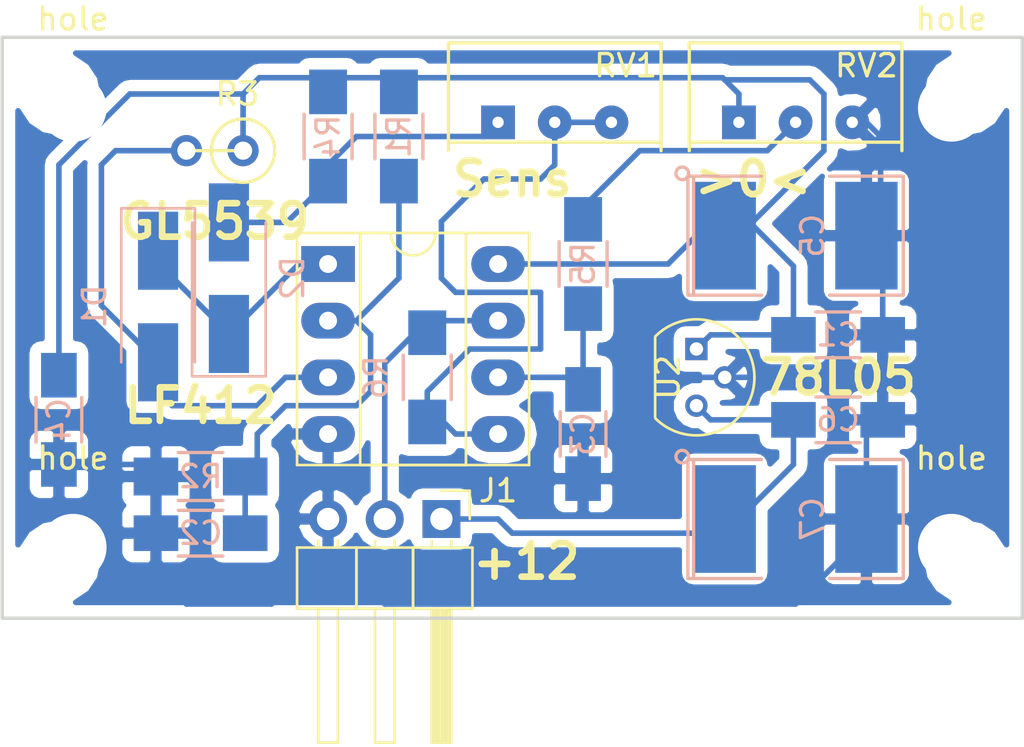
<source format=kicad_pcb>
(kicad_pcb (version 4) (host pcbnew 4.0.7)

  (general
    (links 39)
    (no_connects 0)
    (area 154.229999 95.809999 200.100001 121.995001)
    (thickness 1.6)
    (drawings 14)
    (tracks 120)
    (zones 0)
    (modules 24)
    (nets 12)
  )

  (page A4)
  (layers
    (0 F.Cu signal)
    (31 B.Cu signal)
    (32 B.Adhes user)
    (33 F.Adhes user)
    (34 B.Paste user)
    (35 F.Paste user)
    (36 B.SilkS user)
    (37 F.SilkS user)
    (38 B.Mask user)
    (39 F.Mask user)
    (40 Dwgs.User user)
    (41 Cmts.User user)
    (42 Eco1.User user)
    (43 Eco2.User user)
    (44 Edge.Cuts user)
    (45 Margin user)
    (46 B.CrtYd user)
    (47 F.CrtYd user)
    (48 B.Fab user)
    (49 F.Fab user)
  )

  (setup
    (last_trace_width 0.25)
    (trace_clearance 0.2)
    (zone_clearance 0.508)
    (zone_45_only no)
    (trace_min 0.2)
    (segment_width 0.2)
    (edge_width 0.15)
    (via_size 0.6)
    (via_drill 0.4)
    (via_min_size 0.4)
    (via_min_drill 0.3)
    (uvia_size 0.3)
    (uvia_drill 0.1)
    (uvias_allowed no)
    (uvia_min_size 0.2)
    (uvia_min_drill 0.1)
    (pcb_text_width 0.3)
    (pcb_text_size 1.5 1.5)
    (mod_edge_width 0.15)
    (mod_text_size 1 1)
    (mod_text_width 0.15)
    (pad_size 1 1)
    (pad_drill 0.6)
    (pad_to_mask_clearance 0.2)
    (aux_axis_origin 0 0)
    (visible_elements 7FFCFFFF)
    (pcbplotparams
      (layerselection 0x00030_80000001)
      (usegerberextensions false)
      (excludeedgelayer true)
      (linewidth 0.100000)
      (plotframeref false)
      (viasonmask false)
      (mode 1)
      (useauxorigin false)
      (hpglpennumber 1)
      (hpglpenspeed 20)
      (hpglpendiameter 15)
      (hpglpenoverlay 2)
      (psnegative false)
      (psa4output false)
      (plotreference true)
      (plotvalue true)
      (plotinvisibletext false)
      (padsonsilk false)
      (subtractmaskfromsilk false)
      (outputformat 1)
      (mirror false)
      (drillshape 1)
      (scaleselection 1)
      (outputdirectory ""))
  )

  (net 0 "")
  (net 1 GND)
  (net 2 /+5)
  (net 3 /Ref)
  (net 4 /Bal)
  (net 5 /+12)
  (net 6 "Net-(D1-Pad1)")
  (net 7 /Sens)
  (net 8 "Net-(D2-Pad2)")
  (net 9 /Out)
  (net 10 "Net-(R5-Pad2)")
  (net 11 "Net-(R6-Pad2)")

  (net_class Default "Это класс цепей по умолчанию."
    (clearance 0.2)
    (trace_width 0.25)
    (via_dia 0.6)
    (via_drill 0.4)
    (uvia_dia 0.3)
    (uvia_drill 0.1)
    (add_net /+12)
    (add_net /+5)
    (add_net /Bal)
    (add_net /Out)
    (add_net /Ref)
    (add_net /Sens)
    (add_net GND)
    (add_net "Net-(D1-Pad1)")
    (add_net "Net-(D2-Pad2)")
    (add_net "Net-(R5-Pad2)")
    (add_net "Net-(R6-Pad2)")
  )

  (module Mounting_Holes:MountingHole_3mm (layer F.Cu) (tedit 5B000A6B) (tstamp 5B000B52)
    (at 196.85 118.745)
    (descr "Mounting Hole 3mm, no annular")
    (tags "mounting hole 3mm no annular")
    (attr virtual)
    (fp_text reference hole (at 0 -4) (layer F.SilkS)
      (effects (font (size 1 1) (thickness 0.15)))
    )
    (fp_text value "" (at 0 4) (layer F.Fab)
      (effects (font (size 1 1) (thickness 0.15)))
    )
    (fp_text user %R (at 0.3 0) (layer F.Fab)
      (effects (font (size 1 1) (thickness 0.15)))
    )
    (fp_circle (center 0 0) (end 3 0) (layer Cmts.User) (width 0.15))
    (fp_circle (center 0 0) (end 3.25 0) (layer F.CrtYd) (width 0.05))
    (pad 1 np_thru_hole circle (at 0 0) (size 3 3) (drill 3) (layers *.Cu *.Mask))
  )

  (module Mounting_Holes:MountingHole_3mm (layer F.Cu) (tedit 5B000A6B) (tstamp 5B000B81)
    (at 157.48 118.745)
    (descr "Mounting Hole 3mm, no annular")
    (tags "mounting hole 3mm no annular")
    (attr virtual)
    (fp_text reference hole (at 0 -4) (layer F.SilkS)
      (effects (font (size 1 1) (thickness 0.15)))
    )
    (fp_text value "" (at 0 4) (layer F.Fab)
      (effects (font (size 1 1) (thickness 0.15)))
    )
    (fp_text user %R (at 0.3 0) (layer F.Fab)
      (effects (font (size 1 1) (thickness 0.15)))
    )
    (fp_circle (center 0 0) (end 3 0) (layer Cmts.User) (width 0.15))
    (fp_circle (center 0 0) (end 3.25 0) (layer F.CrtYd) (width 0.05))
    (pad 1 np_thru_hole circle (at 0 0) (size 3 3) (drill 3) (layers *.Cu *.Mask))
  )

  (module Mounting_Holes:MountingHole_3mm (layer F.Cu) (tedit 5B000A6B) (tstamp 5B000B79)
    (at 157.48 99.06)
    (descr "Mounting Hole 3mm, no annular")
    (tags "mounting hole 3mm no annular")
    (attr virtual)
    (fp_text reference hole (at 0 -4) (layer F.SilkS)
      (effects (font (size 1 1) (thickness 0.15)))
    )
    (fp_text value "" (at 0 4) (layer F.Fab)
      (effects (font (size 1 1) (thickness 0.15)))
    )
    (fp_text user %R (at 0.3 0) (layer F.Fab)
      (effects (font (size 1 1) (thickness 0.15)))
    )
    (fp_circle (center 0 0) (end 3 0) (layer Cmts.User) (width 0.15))
    (fp_circle (center 0 0) (end 3.25 0) (layer F.CrtYd) (width 0.05))
    (pad 1 np_thru_hole circle (at 0 0) (size 3 3) (drill 3) (layers *.Cu *.Mask))
  )

  (module Mounting_Holes:MountingHole_3mm (layer F.Cu) (tedit 5B000A6B) (tstamp 5B000B71)
    (at 196.85 99.06)
    (descr "Mounting Hole 3mm, no annular")
    (tags "mounting hole 3mm no annular")
    (attr virtual)
    (fp_text reference hole (at 0 -4) (layer F.SilkS)
      (effects (font (size 1 1) (thickness 0.15)))
    )
    (fp_text value "" (at 0 4) (layer F.Fab)
      (effects (font (size 1 1) (thickness 0.15)))
    )
    (fp_text user %R (at 0.3 0) (layer F.Fab)
      (effects (font (size 1 1) (thickness 0.15)))
    )
    (fp_circle (center 0 0) (end 3 0) (layer Cmts.User) (width 0.15))
    (fp_circle (center 0 0) (end 3.25 0) (layer F.CrtYd) (width 0.05))
    (pad 1 np_thru_hole circle (at 0 0) (size 3 3) (drill 3) (layers *.Cu *.Mask))
  )

  (module Capacitors_SMD:C_1206_HandSoldering (layer B.Cu) (tedit 586A9BD1) (tstamp 586A97F0)
    (at 191.77 109.22 180)
    (descr "Capacitor SMD 1206, hand soldering")
    (tags "capacitor 1206")
    (path /586A971B)
    (attr smd)
    (fp_text reference C1 (at 0 0 180) (layer B.SilkS)
      (effects (font (size 1 1) (thickness 0.15)) (justify mirror))
    )
    (fp_text value 0,1 (at 0 -2.3 180) (layer B.Fab) hide
      (effects (font (size 1 1) (thickness 0.15)) (justify mirror))
    )
    (fp_line (start -1.6 -0.8) (end -1.6 0.8) (layer B.Fab) (width 0.15))
    (fp_line (start 1.6 -0.8) (end -1.6 -0.8) (layer B.Fab) (width 0.15))
    (fp_line (start 1.6 0.8) (end 1.6 -0.8) (layer B.Fab) (width 0.15))
    (fp_line (start -1.6 0.8) (end 1.6 0.8) (layer B.Fab) (width 0.15))
    (fp_line (start -3.3 1.15) (end 3.3 1.15) (layer B.CrtYd) (width 0.05))
    (fp_line (start -3.3 -1.15) (end 3.3 -1.15) (layer B.CrtYd) (width 0.05))
    (fp_line (start -3.3 1.15) (end -3.3 -1.15) (layer B.CrtYd) (width 0.05))
    (fp_line (start 3.3 1.15) (end 3.3 -1.15) (layer B.CrtYd) (width 0.05))
    (fp_line (start 1 1.025) (end -1 1.025) (layer B.SilkS) (width 0.15))
    (fp_line (start -1 -1.025) (end 1 -1.025) (layer B.SilkS) (width 0.15))
    (pad 1 smd rect (at -2 0 180) (size 2 1.6) (layers B.Cu B.Paste B.Mask)
      (net 1 GND))
    (pad 2 smd rect (at 2 0 180) (size 2 1.6) (layers B.Cu B.Paste B.Mask)
      (net 2 /+5))
    (model Capacitors_SMD.3dshapes/C_1206_HandSoldering.wrl
      (at (xyz 0 0 0))
      (scale (xyz 1 1 1))
      (rotate (xyz 0 0 0))
    )
  )

  (module Capacitors_SMD:C_1206_HandSoldering (layer B.Cu) (tedit 586A9BD6) (tstamp 586A97F6)
    (at 163.195 118.11 180)
    (descr "Capacitor SMD 1206, hand soldering")
    (tags "capacitor 1206")
    (path /586A95E9)
    (attr smd)
    (fp_text reference C2 (at 0 0 180) (layer B.SilkS)
      (effects (font (size 1 1) (thickness 0.15)) (justify mirror))
    )
    (fp_text value 0,1 (at 0 -2.3 180) (layer B.Fab) hide
      (effects (font (size 1 1) (thickness 0.15)) (justify mirror))
    )
    (fp_line (start -1.6 -0.8) (end -1.6 0.8) (layer B.Fab) (width 0.15))
    (fp_line (start 1.6 -0.8) (end -1.6 -0.8) (layer B.Fab) (width 0.15))
    (fp_line (start 1.6 0.8) (end 1.6 -0.8) (layer B.Fab) (width 0.15))
    (fp_line (start -1.6 0.8) (end 1.6 0.8) (layer B.Fab) (width 0.15))
    (fp_line (start -3.3 1.15) (end 3.3 1.15) (layer B.CrtYd) (width 0.05))
    (fp_line (start -3.3 -1.15) (end 3.3 -1.15) (layer B.CrtYd) (width 0.05))
    (fp_line (start -3.3 1.15) (end -3.3 -1.15) (layer B.CrtYd) (width 0.05))
    (fp_line (start 3.3 1.15) (end 3.3 -1.15) (layer B.CrtYd) (width 0.05))
    (fp_line (start 1 1.025) (end -1 1.025) (layer B.SilkS) (width 0.15))
    (fp_line (start -1 -1.025) (end 1 -1.025) (layer B.SilkS) (width 0.15))
    (pad 1 smd rect (at -2 0 180) (size 2 1.6) (layers B.Cu B.Paste B.Mask)
      (net 3 /Ref))
    (pad 2 smd rect (at 2 0 180) (size 2 1.6) (layers B.Cu B.Paste B.Mask)
      (net 1 GND))
    (model Capacitors_SMD.3dshapes/C_1206_HandSoldering.wrl
      (at (xyz 0 0 0))
      (scale (xyz 1 1 1))
      (rotate (xyz 0 0 0))
    )
  )

  (module Capacitors_SMD:C_1206_HandSoldering (layer B.Cu) (tedit 586A9B7B) (tstamp 586A97FC)
    (at 180.34 113.665 270)
    (descr "Capacitor SMD 1206, hand soldering")
    (tags "capacitor 1206")
    (path /586A9654)
    (attr smd)
    (fp_text reference C3 (at 0 0 270) (layer B.SilkS)
      (effects (font (size 1 1) (thickness 0.15)) (justify mirror))
    )
    (fp_text value 0,1 (at 0 -2.3 270) (layer B.Fab) hide
      (effects (font (size 1 1) (thickness 0.15)) (justify mirror))
    )
    (fp_line (start -1.6 -0.8) (end -1.6 0.8) (layer B.Fab) (width 0.15))
    (fp_line (start 1.6 -0.8) (end -1.6 -0.8) (layer B.Fab) (width 0.15))
    (fp_line (start 1.6 0.8) (end 1.6 -0.8) (layer B.Fab) (width 0.15))
    (fp_line (start -1.6 0.8) (end 1.6 0.8) (layer B.Fab) (width 0.15))
    (fp_line (start -3.3 1.15) (end 3.3 1.15) (layer B.CrtYd) (width 0.05))
    (fp_line (start -3.3 -1.15) (end 3.3 -1.15) (layer B.CrtYd) (width 0.05))
    (fp_line (start -3.3 1.15) (end -3.3 -1.15) (layer B.CrtYd) (width 0.05))
    (fp_line (start 3.3 1.15) (end 3.3 -1.15) (layer B.CrtYd) (width 0.05))
    (fp_line (start 1 1.025) (end -1 1.025) (layer B.SilkS) (width 0.15))
    (fp_line (start -1 -1.025) (end 1 -1.025) (layer B.SilkS) (width 0.15))
    (pad 1 smd rect (at -2 0 270) (size 2 1.6) (layers B.Cu B.Paste B.Mask)
      (net 4 /Bal))
    (pad 2 smd rect (at 2 0 270) (size 2 1.6) (layers B.Cu B.Paste B.Mask)
      (net 1 GND))
    (model Capacitors_SMD.3dshapes/C_1206_HandSoldering.wrl
      (at (xyz 0 0 0))
      (scale (xyz 1 1 1))
      (rotate (xyz 0 0 0))
    )
  )

  (module Capacitors_SMD:C_1206_HandSoldering (layer B.Cu) (tedit 586A9BDC) (tstamp 586A9802)
    (at 156.845 113.03 270)
    (descr "Capacitor SMD 1206, hand soldering")
    (tags "capacitor 1206")
    (path /586A9790)
    (attr smd)
    (fp_text reference C4 (at 0 0 270) (layer B.SilkS)
      (effects (font (size 1 1) (thickness 0.15)) (justify mirror))
    )
    (fp_text value 0,1 (at 0 -2.3 270) (layer B.Fab) hide
      (effects (font (size 1 1) (thickness 0.15)) (justify mirror))
    )
    (fp_line (start -1.6 -0.8) (end -1.6 0.8) (layer B.Fab) (width 0.15))
    (fp_line (start 1.6 -0.8) (end -1.6 -0.8) (layer B.Fab) (width 0.15))
    (fp_line (start 1.6 0.8) (end 1.6 -0.8) (layer B.Fab) (width 0.15))
    (fp_line (start -1.6 0.8) (end 1.6 0.8) (layer B.Fab) (width 0.15))
    (fp_line (start -3.3 1.15) (end 3.3 1.15) (layer B.CrtYd) (width 0.05))
    (fp_line (start -3.3 -1.15) (end 3.3 -1.15) (layer B.CrtYd) (width 0.05))
    (fp_line (start -3.3 1.15) (end -3.3 -1.15) (layer B.CrtYd) (width 0.05))
    (fp_line (start 3.3 1.15) (end 3.3 -1.15) (layer B.CrtYd) (width 0.05))
    (fp_line (start 1 1.025) (end -1 1.025) (layer B.SilkS) (width 0.15))
    (fp_line (start -1 -1.025) (end 1 -1.025) (layer B.SilkS) (width 0.15))
    (pad 1 smd rect (at -2 0 270) (size 2 1.6) (layers B.Cu B.Paste B.Mask)
      (net 2 /+5))
    (pad 2 smd rect (at 2 0 270) (size 2 1.6) (layers B.Cu B.Paste B.Mask)
      (net 1 GND))
    (model Capacitors_SMD.3dshapes/C_1206_HandSoldering.wrl
      (at (xyz 0 0 0))
      (scale (xyz 1 1 1))
      (rotate (xyz 0 0 0))
    )
  )

  (module SMD_Packages:SMD-2112_Pol (layer B.Cu) (tedit 0) (tstamp 586A9808)
    (at 189.865 104.775)
    (path /586A98C1)
    (attr smd)
    (fp_text reference C5 (at 0.762 0 270) (layer B.SilkS)
      (effects (font (size 1 1) (thickness 0.15)) (justify mirror))
    )
    (fp_text value 220,0 (at -0.889 0 270) (layer B.Fab)
      (effects (font (size 1 1) (thickness 0.15)) (justify mirror))
    )
    (fp_circle (center -5.08 -2.794) (end -4.826 -2.667) (layer B.SilkS) (width 0.15))
    (fp_line (start -4.572 2.667) (end -4.572 -2.667) (layer B.SilkS) (width 0.15))
    (fp_line (start -4.826 2.667) (end -4.826 -2.667) (layer B.SilkS) (width 0.15))
    (fp_line (start -1.524 -2.667) (end -4.826 -2.667) (layer B.SilkS) (width 0.15))
    (fp_line (start -1.524 2.667) (end -4.826 2.667) (layer B.SilkS) (width 0.15))
    (fp_line (start 1.524 2.667) (end 4.826 2.667) (layer B.SilkS) (width 0.15))
    (fp_line (start 4.826 2.667) (end 4.826 -2.667) (layer B.SilkS) (width 0.15))
    (fp_line (start 4.826 -2.667) (end 1.524 -2.667) (layer B.SilkS) (width 0.15))
    (pad 2 smd rect (at 3.175 0) (size 2.794 4.826) (layers B.Cu B.Paste B.Mask)
      (net 1 GND))
    (pad 1 smd rect (at -3.175 0) (size 2.794 4.826) (layers B.Cu B.Paste B.Mask)
      (net 2 /+5))
    (model SMD_Packages.3dshapes/SMD-2112_Pol.wrl
      (at (xyz 0 0 0))
      (scale (xyz 0.3 0.4 0.4))
      (rotate (xyz 0 0 0))
    )
  )

  (module Capacitors_SMD:C_1206_HandSoldering (layer B.Cu) (tedit 586A9BCD) (tstamp 586A980E)
    (at 191.77 113.03)
    (descr "Capacitor SMD 1206, hand soldering")
    (tags "capacitor 1206")
    (path /586A9989)
    (attr smd)
    (fp_text reference C6 (at 0 0) (layer B.SilkS)
      (effects (font (size 1 1) (thickness 0.15)) (justify mirror))
    )
    (fp_text value 0,1 (at 0 -2.3) (layer B.Fab) hide
      (effects (font (size 1 1) (thickness 0.15)) (justify mirror))
    )
    (fp_line (start -1.6 -0.8) (end -1.6 0.8) (layer B.Fab) (width 0.15))
    (fp_line (start 1.6 -0.8) (end -1.6 -0.8) (layer B.Fab) (width 0.15))
    (fp_line (start 1.6 0.8) (end 1.6 -0.8) (layer B.Fab) (width 0.15))
    (fp_line (start -1.6 0.8) (end 1.6 0.8) (layer B.Fab) (width 0.15))
    (fp_line (start -3.3 1.15) (end 3.3 1.15) (layer B.CrtYd) (width 0.05))
    (fp_line (start -3.3 -1.15) (end 3.3 -1.15) (layer B.CrtYd) (width 0.05))
    (fp_line (start -3.3 1.15) (end -3.3 -1.15) (layer B.CrtYd) (width 0.05))
    (fp_line (start 3.3 1.15) (end 3.3 -1.15) (layer B.CrtYd) (width 0.05))
    (fp_line (start 1 1.025) (end -1 1.025) (layer B.SilkS) (width 0.15))
    (fp_line (start -1 -1.025) (end 1 -1.025) (layer B.SilkS) (width 0.15))
    (pad 1 smd rect (at -2 0) (size 2 1.6) (layers B.Cu B.Paste B.Mask)
      (net 5 /+12))
    (pad 2 smd rect (at 2 0) (size 2 1.6) (layers B.Cu B.Paste B.Mask)
      (net 1 GND))
    (model Capacitors_SMD.3dshapes/C_1206_HandSoldering.wrl
      (at (xyz 0 0 0))
      (scale (xyz 1 1 1))
      (rotate (xyz 0 0 0))
    )
  )

  (module SMD_Packages:SMD-2112_Pol (layer B.Cu) (tedit 0) (tstamp 586A9814)
    (at 189.865 117.475)
    (path /586A9916)
    (attr smd)
    (fp_text reference C7 (at 0.762 0 270) (layer B.SilkS)
      (effects (font (size 1 1) (thickness 0.15)) (justify mirror))
    )
    (fp_text value 47,0 (at -0.889 0 270) (layer B.Fab)
      (effects (font (size 1 1) (thickness 0.15)) (justify mirror))
    )
    (fp_circle (center -5.08 -2.794) (end -4.826 -2.667) (layer B.SilkS) (width 0.15))
    (fp_line (start -4.572 2.667) (end -4.572 -2.667) (layer B.SilkS) (width 0.15))
    (fp_line (start -4.826 2.667) (end -4.826 -2.667) (layer B.SilkS) (width 0.15))
    (fp_line (start -1.524 -2.667) (end -4.826 -2.667) (layer B.SilkS) (width 0.15))
    (fp_line (start -1.524 2.667) (end -4.826 2.667) (layer B.SilkS) (width 0.15))
    (fp_line (start 1.524 2.667) (end 4.826 2.667) (layer B.SilkS) (width 0.15))
    (fp_line (start 4.826 2.667) (end 4.826 -2.667) (layer B.SilkS) (width 0.15))
    (fp_line (start 4.826 -2.667) (end 1.524 -2.667) (layer B.SilkS) (width 0.15))
    (pad 2 smd rect (at 3.175 0) (size 2.794 4.826) (layers B.Cu B.Paste B.Mask)
      (net 1 GND))
    (pad 1 smd rect (at -3.175 0) (size 2.794 4.826) (layers B.Cu B.Paste B.Mask)
      (net 5 /+12))
    (model SMD_Packages.3dshapes/SMD-2112_Pol.wrl
      (at (xyz 0 0 0))
      (scale (xyz 0.3 0.4 0.4))
      (rotate (xyz 0 0 0))
    )
  )

  (module Pin_Headers:Pin_Header_Angled_1x03_Pitch2.54mm (layer F.Cu) (tedit 586AA1FC) (tstamp 586A9827)
    (at 173.99 117.475 270)
    (descr "Through hole angled pin header, 1x03, 2.54mm pitch, 6mm pin length, single row")
    (tags "Through hole angled pin header THT 1x03 2.54mm single row")
    (path /586AA02C)
    (fp_text reference J1 (at -1.27 -2.54 360) (layer F.SilkS)
      (effects (font (size 1 1) (thickness 0.15)))
    )
    (fp_text value Pwr/Out (at 4.315 7.35 270) (layer F.Fab) hide
      (effects (font (size 1 1) (thickness 0.15)))
    )
    (fp_line (start 1.4 -1.27) (end 1.4 1.27) (layer F.Fab) (width 0.1))
    (fp_line (start 1.4 1.27) (end 3.9 1.27) (layer F.Fab) (width 0.1))
    (fp_line (start 3.9 1.27) (end 3.9 -1.27) (layer F.Fab) (width 0.1))
    (fp_line (start 3.9 -1.27) (end 1.4 -1.27) (layer F.Fab) (width 0.1))
    (fp_line (start 0 -0.32) (end 0 0.32) (layer F.Fab) (width 0.1))
    (fp_line (start 0 0.32) (end 9.9 0.32) (layer F.Fab) (width 0.1))
    (fp_line (start 9.9 0.32) (end 9.9 -0.32) (layer F.Fab) (width 0.1))
    (fp_line (start 9.9 -0.32) (end 0 -0.32) (layer F.Fab) (width 0.1))
    (fp_line (start 1.4 1.27) (end 1.4 3.81) (layer F.Fab) (width 0.1))
    (fp_line (start 1.4 3.81) (end 3.9 3.81) (layer F.Fab) (width 0.1))
    (fp_line (start 3.9 3.81) (end 3.9 1.27) (layer F.Fab) (width 0.1))
    (fp_line (start 3.9 1.27) (end 1.4 1.27) (layer F.Fab) (width 0.1))
    (fp_line (start 0 2.22) (end 0 2.86) (layer F.Fab) (width 0.1))
    (fp_line (start 0 2.86) (end 9.9 2.86) (layer F.Fab) (width 0.1))
    (fp_line (start 9.9 2.86) (end 9.9 2.22) (layer F.Fab) (width 0.1))
    (fp_line (start 9.9 2.22) (end 0 2.22) (layer F.Fab) (width 0.1))
    (fp_line (start 1.4 3.81) (end 1.4 6.35) (layer F.Fab) (width 0.1))
    (fp_line (start 1.4 6.35) (end 3.9 6.35) (layer F.Fab) (width 0.1))
    (fp_line (start 3.9 6.35) (end 3.9 3.81) (layer F.Fab) (width 0.1))
    (fp_line (start 3.9 3.81) (end 1.4 3.81) (layer F.Fab) (width 0.1))
    (fp_line (start 0 4.76) (end 0 5.4) (layer F.Fab) (width 0.1))
    (fp_line (start 0 5.4) (end 9.9 5.4) (layer F.Fab) (width 0.1))
    (fp_line (start 9.9 5.4) (end 9.9 4.76) (layer F.Fab) (width 0.1))
    (fp_line (start 9.9 4.76) (end 0 4.76) (layer F.Fab) (width 0.1))
    (fp_line (start 1.28 -1.39) (end 1.28 1.27) (layer F.SilkS) (width 0.12))
    (fp_line (start 1.28 1.27) (end 4.02 1.27) (layer F.SilkS) (width 0.12))
    (fp_line (start 4.02 1.27) (end 4.02 -1.39) (layer F.SilkS) (width 0.12))
    (fp_line (start 4.02 -1.39) (end 1.28 -1.39) (layer F.SilkS) (width 0.12))
    (fp_line (start 4.02 -0.44) (end 4.02 0.44) (layer F.SilkS) (width 0.12))
    (fp_line (start 4.02 0.44) (end 10.02 0.44) (layer F.SilkS) (width 0.12))
    (fp_line (start 10.02 0.44) (end 10.02 -0.44) (layer F.SilkS) (width 0.12))
    (fp_line (start 10.02 -0.44) (end 4.02 -0.44) (layer F.SilkS) (width 0.12))
    (fp_line (start 0.97 -0.44) (end 1.28 -0.44) (layer F.SilkS) (width 0.12))
    (fp_line (start 0.97 0.44) (end 1.28 0.44) (layer F.SilkS) (width 0.12))
    (fp_line (start 4.02 -0.32) (end 10.02 -0.32) (layer F.SilkS) (width 0.12))
    (fp_line (start 4.02 -0.2) (end 10.02 -0.2) (layer F.SilkS) (width 0.12))
    (fp_line (start 4.02 -0.08) (end 10.02 -0.08) (layer F.SilkS) (width 0.12))
    (fp_line (start 4.02 0.04) (end 10.02 0.04) (layer F.SilkS) (width 0.12))
    (fp_line (start 4.02 0.16) (end 10.02 0.16) (layer F.SilkS) (width 0.12))
    (fp_line (start 4.02 0.28) (end 10.02 0.28) (layer F.SilkS) (width 0.12))
    (fp_line (start 4.02 0.4) (end 10.02 0.4) (layer F.SilkS) (width 0.12))
    (fp_line (start 1.28 1.27) (end 1.28 3.81) (layer F.SilkS) (width 0.12))
    (fp_line (start 1.28 3.81) (end 4.02 3.81) (layer F.SilkS) (width 0.12))
    (fp_line (start 4.02 3.81) (end 4.02 1.27) (layer F.SilkS) (width 0.12))
    (fp_line (start 4.02 1.27) (end 1.28 1.27) (layer F.SilkS) (width 0.12))
    (fp_line (start 4.02 2.1) (end 4.02 2.98) (layer F.SilkS) (width 0.12))
    (fp_line (start 4.02 2.98) (end 10.02 2.98) (layer F.SilkS) (width 0.12))
    (fp_line (start 10.02 2.98) (end 10.02 2.1) (layer F.SilkS) (width 0.12))
    (fp_line (start 10.02 2.1) (end 4.02 2.1) (layer F.SilkS) (width 0.12))
    (fp_line (start 0.97 2.1) (end 1.28 2.1) (layer F.SilkS) (width 0.12))
    (fp_line (start 0.97 2.98) (end 1.28 2.98) (layer F.SilkS) (width 0.12))
    (fp_line (start 1.28 3.81) (end 1.28 6.47) (layer F.SilkS) (width 0.12))
    (fp_line (start 1.28 6.47) (end 4.02 6.47) (layer F.SilkS) (width 0.12))
    (fp_line (start 4.02 6.47) (end 4.02 3.81) (layer F.SilkS) (width 0.12))
    (fp_line (start 4.02 3.81) (end 1.28 3.81) (layer F.SilkS) (width 0.12))
    (fp_line (start 4.02 4.64) (end 4.02 5.52) (layer F.SilkS) (width 0.12))
    (fp_line (start 4.02 5.52) (end 10.02 5.52) (layer F.SilkS) (width 0.12))
    (fp_line (start 10.02 5.52) (end 10.02 4.64) (layer F.SilkS) (width 0.12))
    (fp_line (start 10.02 4.64) (end 4.02 4.64) (layer F.SilkS) (width 0.12))
    (fp_line (start 0.97 4.64) (end 1.28 4.64) (layer F.SilkS) (width 0.12))
    (fp_line (start 0.97 5.52) (end 1.28 5.52) (layer F.SilkS) (width 0.12))
    (fp_line (start -1.27 0) (end -1.27 -1.27) (layer F.SilkS) (width 0.12))
    (fp_line (start -1.27 -1.27) (end 0 -1.27) (layer F.SilkS) (width 0.12))
    (fp_line (start -1.6 -1.6) (end -1.6 6.6) (layer F.CrtYd) (width 0.05))
    (fp_line (start -1.6 6.6) (end 10.2 6.6) (layer F.CrtYd) (width 0.05))
    (fp_line (start 10.2 6.6) (end 10.2 -1.6) (layer F.CrtYd) (width 0.05))
    (fp_line (start 10.2 -1.6) (end -1.6 -1.6) (layer F.CrtYd) (width 0.05))
    (pad 1 thru_hole rect (at 0 0 270) (size 1.7 1.7) (drill 1) (layers *.Cu *.Mask)
      (net 5 /+12))
    (pad 2 thru_hole oval (at 0 2.54 270) (size 1.7 1.7) (drill 1) (layers *.Cu *.Mask)
      (net 9 /Out))
    (pad 3 thru_hole oval (at 0 5.08 270) (size 1.7 1.7) (drill 1) (layers *.Cu *.Mask)
      (net 1 GND))
    (model Pin_Headers.3dshapes/Pin_Header_Angled_1x03_Pitch2.54mm.wrl
      (at (xyz 0 -0.1 0))
      (scale (xyz 1 1 1))
      (rotate (xyz 0 0 90))
    )
  )

  (module Resistors_SMD:R_1206_HandSoldering (layer B.Cu) (tedit 586A9CE3) (tstamp 586A982D)
    (at 172.085 100.33 270)
    (descr "Resistor SMD 1206, hand soldering")
    (tags "resistor 1206")
    (path /586A938C)
    (attr smd)
    (fp_text reference R1 (at 0 0 450) (layer B.SilkS)
      (effects (font (size 1 1) (thickness 0.15)) (justify mirror))
    )
    (fp_text value 220k (at 0 -2.3 270) (layer B.Fab) hide
      (effects (font (size 1 1) (thickness 0.15)) (justify mirror))
    )
    (fp_line (start -1.6 -0.8) (end -1.6 0.8) (layer B.Fab) (width 0.1))
    (fp_line (start 1.6 -0.8) (end -1.6 -0.8) (layer B.Fab) (width 0.1))
    (fp_line (start 1.6 0.8) (end 1.6 -0.8) (layer B.Fab) (width 0.1))
    (fp_line (start -1.6 0.8) (end 1.6 0.8) (layer B.Fab) (width 0.1))
    (fp_line (start -3.3 1.2) (end 3.3 1.2) (layer B.CrtYd) (width 0.05))
    (fp_line (start -3.3 -1.2) (end 3.3 -1.2) (layer B.CrtYd) (width 0.05))
    (fp_line (start -3.3 1.2) (end -3.3 -1.2) (layer B.CrtYd) (width 0.05))
    (fp_line (start 3.3 1.2) (end 3.3 -1.2) (layer B.CrtYd) (width 0.05))
    (fp_line (start 1 -1.075) (end -1 -1.075) (layer B.SilkS) (width 0.15))
    (fp_line (start -1 1.075) (end 1 1.075) (layer B.SilkS) (width 0.15))
    (pad 1 smd rect (at -2 0 270) (size 2 1.7) (layers B.Cu B.Paste B.Mask)
      (net 2 /+5))
    (pad 2 smd rect (at 2 0 270) (size 2 1.7) (layers B.Cu B.Paste B.Mask)
      (net 3 /Ref))
    (model Resistors_SMD.3dshapes/R_1206_HandSoldering.wrl
      (at (xyz 0 0 0))
      (scale (xyz 1 1 1))
      (rotate (xyz 0 0 0))
    )
  )

  (module Resistors_SMD:R_1206_HandSoldering (layer B.Cu) (tedit 586A9BF3) (tstamp 586A9833)
    (at 163.195 115.57 180)
    (descr "Resistor SMD 1206, hand soldering")
    (tags "resistor 1206")
    (path /586A93AF)
    (attr smd)
    (fp_text reference R2 (at 0 0 360) (layer B.SilkS)
      (effects (font (size 1 1) (thickness 0.15)) (justify mirror))
    )
    (fp_text value 220k (at 0 -2.3 180) (layer B.Fab) hide
      (effects (font (size 1 1) (thickness 0.15)) (justify mirror))
    )
    (fp_line (start -1.6 -0.8) (end -1.6 0.8) (layer B.Fab) (width 0.1))
    (fp_line (start 1.6 -0.8) (end -1.6 -0.8) (layer B.Fab) (width 0.1))
    (fp_line (start 1.6 0.8) (end 1.6 -0.8) (layer B.Fab) (width 0.1))
    (fp_line (start -1.6 0.8) (end 1.6 0.8) (layer B.Fab) (width 0.1))
    (fp_line (start -3.3 1.2) (end 3.3 1.2) (layer B.CrtYd) (width 0.05))
    (fp_line (start -3.3 -1.2) (end 3.3 -1.2) (layer B.CrtYd) (width 0.05))
    (fp_line (start -3.3 1.2) (end -3.3 -1.2) (layer B.CrtYd) (width 0.05))
    (fp_line (start 3.3 1.2) (end 3.3 -1.2) (layer B.CrtYd) (width 0.05))
    (fp_line (start 1 -1.075) (end -1 -1.075) (layer B.SilkS) (width 0.15))
    (fp_line (start -1 1.075) (end 1 1.075) (layer B.SilkS) (width 0.15))
    (pad 1 smd rect (at -2 0 180) (size 2 1.7) (layers B.Cu B.Paste B.Mask)
      (net 3 /Ref))
    (pad 2 smd rect (at 2 0 180) (size 2 1.7) (layers B.Cu B.Paste B.Mask)
      (net 1 GND))
    (model Resistors_SMD.3dshapes/R_1206_HandSoldering.wrl
      (at (xyz 0 0 0))
      (scale (xyz 1 1 1))
      (rotate (xyz 0 0 0))
    )
  )

  (module Discret:R1 (layer F.Cu) (tedit 586AA199) (tstamp 586A9839)
    (at 163.83 100.965 180)
    (descr "Resistance verticale")
    (tags R)
    (path /586AA773)
    (fp_text reference R3 (at -1.016 2.54 180) (layer F.SilkS)
      (effects (font (size 1 1) (thickness 0.15)))
    )
    (fp_text value GL5539 (at -1.143 2.54 180) (layer F.Fab) hide
      (effects (font (size 1 1) (thickness 0.15)))
    )
    (fp_line (start -1.27 0) (end 1.27 0) (layer F.SilkS) (width 0.15))
    (fp_circle (center -1.27 0) (end -0.635 1.27) (layer F.SilkS) (width 0.15))
    (pad 1 thru_hole circle (at -1.27 0 180) (size 1.397 1.397) (drill 0.8128) (layers *.Cu *.Mask)
      (net 2 /+5))
    (pad 2 thru_hole circle (at 1.27 0 180) (size 1.397 1.397) (drill 0.8128) (layers *.Cu *.Mask)
      (net 7 /Sens))
    (model Discret.3dshapes/R1.wrl
      (at (xyz 0 0 0))
      (scale (xyz 1 1 1))
      (rotate (xyz 0 0 0))
    )
  )

  (module Resistors_SMD:R_1206_HandSoldering (layer B.Cu) (tedit 586A9C47) (tstamp 586A983F)
    (at 168.91 100.33 270)
    (descr "Resistor SMD 1206, hand soldering")
    (tags "resistor 1206")
    (path /586A9496)
    (attr smd)
    (fp_text reference R4 (at 0 0 270) (layer B.SilkS)
      (effects (font (size 1 1) (thickness 0.15)) (justify mirror))
    )
    (fp_text value 1k (at 0 -2.3 270) (layer B.Fab) hide
      (effects (font (size 1 1) (thickness 0.15)) (justify mirror))
    )
    (fp_line (start -1.6 -0.8) (end -1.6 0.8) (layer B.Fab) (width 0.1))
    (fp_line (start 1.6 -0.8) (end -1.6 -0.8) (layer B.Fab) (width 0.1))
    (fp_line (start 1.6 0.8) (end 1.6 -0.8) (layer B.Fab) (width 0.1))
    (fp_line (start -1.6 0.8) (end 1.6 0.8) (layer B.Fab) (width 0.1))
    (fp_line (start -3.3 1.2) (end 3.3 1.2) (layer B.CrtYd) (width 0.05))
    (fp_line (start -3.3 -1.2) (end 3.3 -1.2) (layer B.CrtYd) (width 0.05))
    (fp_line (start -3.3 1.2) (end -3.3 -1.2) (layer B.CrtYd) (width 0.05))
    (fp_line (start 3.3 1.2) (end 3.3 -1.2) (layer B.CrtYd) (width 0.05))
    (fp_line (start 1 -1.075) (end -1 -1.075) (layer B.SilkS) (width 0.15))
    (fp_line (start -1 1.075) (end 1 1.075) (layer B.SilkS) (width 0.15))
    (pad 1 smd rect (at -2 0 270) (size 2 1.7) (layers B.Cu B.Paste B.Mask)
      (net 2 /+5))
    (pad 2 smd rect (at 2 0 270) (size 2 1.7) (layers B.Cu B.Paste B.Mask)
      (net 8 "Net-(D2-Pad2)"))
    (model Resistors_SMD.3dshapes/R_1206_HandSoldering.wrl
      (at (xyz 0 0 0))
      (scale (xyz 1 1 1))
      (rotate (xyz 0 0 0))
    )
  )

  (module Resistors_SMD:R_1206_HandSoldering (layer B.Cu) (tedit 586A9CFE) (tstamp 586A9845)
    (at 180.34 106.045 90)
    (descr "Resistor SMD 1206, hand soldering")
    (tags "resistor 1206")
    (path /586A95A2)
    (attr smd)
    (fp_text reference R5 (at 0 0 90) (layer B.SilkS)
      (effects (font (size 1 1) (thickness 0.15)) (justify mirror))
    )
    (fp_text value 1k (at 0 -2.3 90) (layer B.Fab) hide
      (effects (font (size 1 1) (thickness 0.15)) (justify mirror))
    )
    (fp_line (start -1.6 -0.8) (end -1.6 0.8) (layer B.Fab) (width 0.1))
    (fp_line (start 1.6 -0.8) (end -1.6 -0.8) (layer B.Fab) (width 0.1))
    (fp_line (start 1.6 0.8) (end 1.6 -0.8) (layer B.Fab) (width 0.1))
    (fp_line (start -1.6 0.8) (end 1.6 0.8) (layer B.Fab) (width 0.1))
    (fp_line (start -3.3 1.2) (end 3.3 1.2) (layer B.CrtYd) (width 0.05))
    (fp_line (start -3.3 -1.2) (end 3.3 -1.2) (layer B.CrtYd) (width 0.05))
    (fp_line (start -3.3 1.2) (end -3.3 -1.2) (layer B.CrtYd) (width 0.05))
    (fp_line (start 3.3 1.2) (end 3.3 -1.2) (layer B.CrtYd) (width 0.05))
    (fp_line (start 1 -1.075) (end -1 -1.075) (layer B.SilkS) (width 0.15))
    (fp_line (start -1 1.075) (end 1 1.075) (layer B.SilkS) (width 0.15))
    (pad 1 smd rect (at -2 0 90) (size 2 1.7) (layers B.Cu B.Paste B.Mask)
      (net 4 /Bal))
    (pad 2 smd rect (at 2 0 90) (size 2 1.7) (layers B.Cu B.Paste B.Mask)
      (net 10 "Net-(R5-Pad2)"))
    (model Resistors_SMD.3dshapes/R_1206_HandSoldering.wrl
      (at (xyz 0 0 0))
      (scale (xyz 1 1 1))
      (rotate (xyz 0 0 0))
    )
  )

  (module Resistors_SMD:R_1206_HandSoldering (layer B.Cu) (tedit 586A9B9B) (tstamp 586A984B)
    (at 173.355 111.125 270)
    (descr "Resistor SMD 1206, hand soldering")
    (tags "resistor 1206")
    (path /586A952B)
    (attr smd)
    (fp_text reference R6 (at 0 2.3 270) (layer B.SilkS)
      (effects (font (size 1 1) (thickness 0.15)) (justify mirror))
    )
    (fp_text value 47k (at 0 -2.3 270) (layer B.Fab) hide
      (effects (font (size 1 1) (thickness 0.15)) (justify mirror))
    )
    (fp_line (start -1.6 -0.8) (end -1.6 0.8) (layer B.Fab) (width 0.1))
    (fp_line (start 1.6 -0.8) (end -1.6 -0.8) (layer B.Fab) (width 0.1))
    (fp_line (start 1.6 0.8) (end 1.6 -0.8) (layer B.Fab) (width 0.1))
    (fp_line (start -1.6 0.8) (end 1.6 0.8) (layer B.Fab) (width 0.1))
    (fp_line (start -3.3 1.2) (end 3.3 1.2) (layer B.CrtYd) (width 0.05))
    (fp_line (start -3.3 -1.2) (end 3.3 -1.2) (layer B.CrtYd) (width 0.05))
    (fp_line (start -3.3 1.2) (end -3.3 -1.2) (layer B.CrtYd) (width 0.05))
    (fp_line (start 3.3 1.2) (end 3.3 -1.2) (layer B.CrtYd) (width 0.05))
    (fp_line (start 1 -1.075) (end -1 -1.075) (layer B.SilkS) (width 0.15))
    (fp_line (start -1 1.075) (end 1 1.075) (layer B.SilkS) (width 0.15))
    (pad 1 smd rect (at -2 0 270) (size 2 1.7) (layers B.Cu B.Paste B.Mask)
      (net 9 /Out))
    (pad 2 smd rect (at 2 0 270) (size 2 1.7) (layers B.Cu B.Paste B.Mask)
      (net 11 "Net-(R6-Pad2)"))
    (model Resistors_SMD.3dshapes/R_1206_HandSoldering.wrl
      (at (xyz 0 0 0))
      (scale (xyz 1 1 1))
      (rotate (xyz 0 0 0))
    )
  )

  (module Housings_DIP:DIP-8_W7.62mm_Socket_LongPads (layer F.Cu) (tedit 586AA1C0) (tstamp 586A9865)
    (at 168.91 106.045)
    (descr "8-lead dip package, row spacing 7.62 mm (300 mils), Socket, LongPads")
    (tags "DIL DIP PDIP 2.54mm 7.62mm 300mil Socket LongPads")
    (path /586A91A8)
    (fp_text reference U1 (at 3.81 -2.39) (layer F.SilkS) hide
      (effects (font (size 1 1) (thickness 0.15)))
    )
    (fp_text value LF412CN (at 3.81 1.27) (layer F.Fab) hide
      (effects (font (size 1 1) (thickness 0.15)))
    )
    (fp_arc (start 3.81 -1.39) (end 2.81 -1.39) (angle -180) (layer F.SilkS) (width 0.12))
    (fp_line (start 1.635 -1.27) (end 6.985 -1.27) (layer F.Fab) (width 0.1))
    (fp_line (start 6.985 -1.27) (end 6.985 8.89) (layer F.Fab) (width 0.1))
    (fp_line (start 6.985 8.89) (end 0.635 8.89) (layer F.Fab) (width 0.1))
    (fp_line (start 0.635 8.89) (end 0.635 -0.27) (layer F.Fab) (width 0.1))
    (fp_line (start 0.635 -0.27) (end 1.635 -1.27) (layer F.Fab) (width 0.1))
    (fp_line (start -1.27 -1.27) (end -1.27 8.89) (layer F.Fab) (width 0.1))
    (fp_line (start -1.27 8.89) (end 8.89 8.89) (layer F.Fab) (width 0.1))
    (fp_line (start 8.89 8.89) (end 8.89 -1.27) (layer F.Fab) (width 0.1))
    (fp_line (start 8.89 -1.27) (end -1.27 -1.27) (layer F.Fab) (width 0.1))
    (fp_line (start 2.81 -1.39) (end 1.44 -1.39) (layer F.SilkS) (width 0.12))
    (fp_line (start 1.44 -1.39) (end 1.44 9.01) (layer F.SilkS) (width 0.12))
    (fp_line (start 1.44 9.01) (end 6.18 9.01) (layer F.SilkS) (width 0.12))
    (fp_line (start 6.18 9.01) (end 6.18 -1.39) (layer F.SilkS) (width 0.12))
    (fp_line (start 6.18 -1.39) (end 4.81 -1.39) (layer F.SilkS) (width 0.12))
    (fp_line (start -1.39 -1.39) (end -1.39 9.01) (layer F.SilkS) (width 0.12))
    (fp_line (start -1.39 9.01) (end 9.01 9.01) (layer F.SilkS) (width 0.12))
    (fp_line (start 9.01 9.01) (end 9.01 -1.39) (layer F.SilkS) (width 0.12))
    (fp_line (start 9.01 -1.39) (end -1.39 -1.39) (layer F.SilkS) (width 0.12))
    (fp_line (start -1.7 -1.7) (end -1.7 9.3) (layer F.CrtYd) (width 0.05))
    (fp_line (start -1.7 9.3) (end 9.3 9.3) (layer F.CrtYd) (width 0.05))
    (fp_line (start 9.3 9.3) (end 9.3 -1.7) (layer F.CrtYd) (width 0.05))
    (fp_line (start 9.3 -1.7) (end -1.7 -1.7) (layer F.CrtYd) (width 0.05))
    (pad 1 thru_hole rect (at 0 0) (size 2.4 1.6) (drill 0.8) (layers *.Cu *.Mask)
      (net 6 "Net-(D1-Pad1)"))
    (pad 5 thru_hole oval (at 7.62 7.62) (size 2.4 1.6) (drill 0.8) (layers *.Cu *.Mask)
      (net 11 "Net-(R6-Pad2)"))
    (pad 2 thru_hole oval (at 0 2.54) (size 2.4 1.6) (drill 0.8) (layers *.Cu *.Mask)
      (net 3 /Ref))
    (pad 6 thru_hole oval (at 7.62 5.08) (size 2.4 1.6) (drill 0.8) (layers *.Cu *.Mask)
      (net 4 /Bal))
    (pad 3 thru_hole oval (at 0 5.08) (size 2.4 1.6) (drill 0.8) (layers *.Cu *.Mask)
      (net 7 /Sens))
    (pad 7 thru_hole oval (at 7.62 2.54) (size 2.4 1.6) (drill 0.8) (layers *.Cu *.Mask)
      (net 9 /Out))
    (pad 4 thru_hole oval (at 0 7.62) (size 2.4 1.6) (drill 0.8) (layers *.Cu *.Mask)
      (net 1 GND))
    (pad 8 thru_hole oval (at 7.62 0) (size 2.4 1.6) (drill 0.8) (layers *.Cu *.Mask)
      (net 2 /+5))
    (model Housings_DIP.3dshapes/DIP-8_W7.62mm_Socket_LongPads.wrl
      (at (xyz 0 0 0))
      (scale (xyz 1 1 1))
      (rotate (xyz 0 0 0))
    )
  )

  (module TO_SOT_Packages_THT:TO-92_Molded_Narrow (layer F.Cu) (tedit 586AA1E4) (tstamp 586A986C)
    (at 185.42 109.855 270)
    (descr "TO-92 leads molded, narrow, drill 0.6mm (see NXP sot054_po.pdf)")
    (tags "to-92 sc-43 sc-43a sot54 PA33 transistor")
    (path /586A99FE)
    (fp_text reference U2 (at 1.27 1.27 270) (layer F.SilkS)
      (effects (font (size 1 1) (thickness 0.15)))
    )
    (fp_text value 78L05 (at 1.27 2.794 270) (layer F.Fab) hide
      (effects (font (size 1 1) (thickness 0.15)))
    )
    (fp_line (start -1.65 -2.9) (end 4.15 -2.9) (layer F.CrtYd) (width 0.05))
    (fp_line (start 4.15 -2.9) (end 4.15 2.2) (layer F.CrtYd) (width 0.05))
    (fp_line (start 4.15 2.2) (end -1.65 2.2) (layer F.CrtYd) (width 0.05))
    (fp_line (start -1.65 2.2) (end -1.65 -2.9) (layer F.CrtYd) (width 0.05))
    (fp_line (start -0.53 1.85) (end 3.07 1.85) (layer F.SilkS) (width 0.12))
    (fp_line (start -0.5 1.75) (end 3 1.75) (layer F.Fab) (width 0.1))
    (fp_arc (start 1.27 0) (end 1.27 -2.48) (angle 135) (layer F.Fab) (width 0.1))
    (fp_arc (start 1.27 0) (end 1.27 -2.6) (angle -135) (layer F.SilkS) (width 0.12))
    (fp_arc (start 1.27 0) (end 1.27 -2.48) (angle -135) (layer F.Fab) (width 0.1))
    (fp_arc (start 1.27 0) (end 1.27 -2.6) (angle 135) (layer F.SilkS) (width 0.12))
    (pad 2 thru_hole circle (at 1.27 -1.27) (size 1 1) (drill 0.6) (layers *.Cu *.Mask)
      (net 1 GND))
    (pad 3 thru_hole circle (at 2.54 0) (size 1 1) (drill 0.6) (layers *.Cu *.Mask)
      (net 5 /+12))
    (pad 1 thru_hole rect (at 0 0) (size 1 1) (drill 0.6) (layers *.Cu *.Mask)
      (net 2 /+5))
    (model TO_SOT_Packages_THT.3dshapes/TO-92_Molded_Narrow.wrl
      (at (xyz 0.05 0 0))
      (scale (xyz 1 1 1))
      (rotate (xyz 0 0 -90))
    )
  )

  (module Potentiometers:Potentiometer_Trimmer-Suntan-TSR-3386C (layer F.Cu) (tedit 586AA367) (tstamp 586A98BF)
    (at 176.53 99.695)
    (path /586AA2E5)
    (fp_text reference RV1 (at 5.715 -2.54) (layer F.SilkS)
      (effects (font (size 1 1) (thickness 0.15)))
    )
    (fp_text value 10k (at 1.905 -1.905) (layer F.Fab) hide
      (effects (font (size 1 1) (thickness 0.15)))
    )
    (fp_line (start -2.225 -3.56) (end 7.305 -3.56) (layer F.SilkS) (width 0.15))
    (fp_line (start 7.305 -3.56) (end 7.305 1.27) (layer F.SilkS) (width 0.15))
    (fp_line (start 7.305 0.89) (end -2.225 0.89) (layer F.SilkS) (width 0.15))
    (fp_line (start -2.225 -3.56) (end -2.225 1.27) (layer F.SilkS) (width 0.15))
    (pad 3 thru_hole circle (at 5.08 0) (size 1.51 1.51) (drill 0.51) (layers *.Cu *.Mask)
      (net 11 "Net-(R6-Pad2)"))
    (pad 1 thru_hole rect (at 0 0) (size 1.51 1.51) (drill 0.51) (layers *.Cu *.Mask)
      (net 8 "Net-(D2-Pad2)"))
    (pad 2 thru_hole circle (at 2.54 0) (size 1.51 1.51) (drill 0.51) (layers *.Cu *.Mask)
      (net 11 "Net-(R6-Pad2)"))
  )

  (module Potentiometers:Potentiometer_Trimmer-Suntan-TSR-3386C (layer F.Cu) (tedit 586AA36D) (tstamp 586A9925)
    (at 187.325 99.695)
    (path /586A9D22)
    (fp_text reference RV2 (at 5.715 -2.54) (layer F.SilkS)
      (effects (font (size 1 1) (thickness 0.15)))
    )
    (fp_text value 47k (at 1.905 -1.905) (layer F.Fab) hide
      (effects (font (size 1 1) (thickness 0.15)))
    )
    (fp_line (start -2.225 -3.56) (end 7.305 -3.56) (layer F.SilkS) (width 0.15))
    (fp_line (start 7.305 -3.56) (end 7.305 1.27) (layer F.SilkS) (width 0.15))
    (fp_line (start 7.305 0.89) (end -2.225 0.89) (layer F.SilkS) (width 0.15))
    (fp_line (start -2.225 -3.56) (end -2.225 1.27) (layer F.SilkS) (width 0.15))
    (pad 3 thru_hole circle (at 5.08 0) (size 1.51 1.51) (drill 0.51) (layers *.Cu *.Mask)
      (net 1 GND))
    (pad 1 thru_hole rect (at 0 0) (size 1.51 1.51) (drill 0.51) (layers *.Cu *.Mask)
      (net 2 /+5))
    (pad 2 thru_hole circle (at 2.54 0) (size 1.51 1.51) (drill 0.51) (layers *.Cu *.Mask)
      (net 10 "Net-(R5-Pad2)"))
  )

  (module Diodes_SMD:D_SMA_Handsoldering (layer B.Cu) (tedit 58643398) (tstamp 586A981A)
    (at 161.29 107.95 270)
    (descr "Diode SMA Handsoldering")
    (tags "Diode SMA Handsoldering")
    (path /586AA218)
    (attr smd)
    (fp_text reference D1 (at 0 2.85 270) (layer B.SilkS)
      (effects (font (size 1 1) (thickness 0.15)) (justify mirror))
    )
    (fp_text value 1N4148 (at 0.05 -4.4 270) (layer B.Fab)
      (effects (font (size 1 1) (thickness 0.15)) (justify mirror))
    )
    (fp_line (start -4.4 1.65) (end -4.4 -1.65) (layer B.SilkS) (width 0.12))
    (fp_line (start 2.3 -1.5) (end -2.3 -1.5) (layer B.Fab) (width 0.1))
    (fp_line (start -2.3 -1.5) (end -2.3 1.5) (layer B.Fab) (width 0.1))
    (fp_line (start 2.3 1.5) (end 2.3 -1.5) (layer B.Fab) (width 0.1))
    (fp_line (start 2.3 1.5) (end -2.3 1.5) (layer B.Fab) (width 0.1))
    (fp_line (start -4.5 1.75) (end 4.5 1.75) (layer B.CrtYd) (width 0.05))
    (fp_line (start 4.5 1.75) (end 4.5 -1.75) (layer B.CrtYd) (width 0.05))
    (fp_line (start 4.5 -1.75) (end -4.5 -1.75) (layer B.CrtYd) (width 0.05))
    (fp_line (start -4.5 -1.75) (end -4.5 1.75) (layer B.CrtYd) (width 0.05))
    (fp_line (start -0.64944 -0.00102) (end -1.55114 -0.00102) (layer B.Fab) (width 0.1))
    (fp_line (start 0.50118 -0.00102) (end 1.4994 -0.00102) (layer B.Fab) (width 0.1))
    (fp_line (start -0.64944 0.79908) (end -0.64944 -0.80112) (layer B.Fab) (width 0.1))
    (fp_line (start 0.50118 -0.75032) (end 0.50118 0.79908) (layer B.Fab) (width 0.1))
    (fp_line (start -0.64944 -0.00102) (end 0.50118 -0.75032) (layer B.Fab) (width 0.1))
    (fp_line (start -0.64944 -0.00102) (end 0.50118 0.79908) (layer B.Fab) (width 0.1))
    (fp_line (start -4.4 -1.65) (end 2.5 -1.65) (layer B.SilkS) (width 0.12))
    (fp_line (start -4.4 1.65) (end 2.5 1.65) (layer B.SilkS) (width 0.12))
    (pad 1 smd rect (at -2.5 0 270) (size 3.5 1.8) (layers B.Cu B.Paste B.Mask)
      (net 6 "Net-(D1-Pad1)"))
    (pad 2 smd rect (at 2.5 0 270) (size 3.5 1.8) (layers B.Cu B.Paste B.Mask)
      (net 7 /Sens))
    (model Diodes_SMD.3dshapes/D_SMA_Handsoldering.wrl
      (at (xyz 0 0 0))
      (scale (xyz 0.3937 0.3937 0.3937))
      (rotate (xyz 0 0 180))
    )
  )

  (module Diodes_SMD:D_SMA_Handsoldering (layer B.Cu) (tedit 58643398) (tstamp 586A9820)
    (at 164.465 106.68 90)
    (descr "Diode SMA Handsoldering")
    (tags "Diode SMA Handsoldering")
    (path /586AA282)
    (attr smd)
    (fp_text reference D2 (at 0 2.85 90) (layer B.SilkS)
      (effects (font (size 1 1) (thickness 0.15)) (justify mirror))
    )
    (fp_text value 1N4148 (at 0.05 -4.4 90) (layer B.Fab)
      (effects (font (size 1 1) (thickness 0.15)) (justify mirror))
    )
    (fp_line (start -4.4 1.65) (end -4.4 -1.65) (layer B.SilkS) (width 0.12))
    (fp_line (start 2.3 -1.5) (end -2.3 -1.5) (layer B.Fab) (width 0.1))
    (fp_line (start -2.3 -1.5) (end -2.3 1.5) (layer B.Fab) (width 0.1))
    (fp_line (start 2.3 1.5) (end 2.3 -1.5) (layer B.Fab) (width 0.1))
    (fp_line (start 2.3 1.5) (end -2.3 1.5) (layer B.Fab) (width 0.1))
    (fp_line (start -4.5 1.75) (end 4.5 1.75) (layer B.CrtYd) (width 0.05))
    (fp_line (start 4.5 1.75) (end 4.5 -1.75) (layer B.CrtYd) (width 0.05))
    (fp_line (start 4.5 -1.75) (end -4.5 -1.75) (layer B.CrtYd) (width 0.05))
    (fp_line (start -4.5 -1.75) (end -4.5 1.75) (layer B.CrtYd) (width 0.05))
    (fp_line (start -0.64944 -0.00102) (end -1.55114 -0.00102) (layer B.Fab) (width 0.1))
    (fp_line (start 0.50118 -0.00102) (end 1.4994 -0.00102) (layer B.Fab) (width 0.1))
    (fp_line (start -0.64944 0.79908) (end -0.64944 -0.80112) (layer B.Fab) (width 0.1))
    (fp_line (start 0.50118 -0.75032) (end 0.50118 0.79908) (layer B.Fab) (width 0.1))
    (fp_line (start -0.64944 -0.00102) (end 0.50118 -0.75032) (layer B.Fab) (width 0.1))
    (fp_line (start -0.64944 -0.00102) (end 0.50118 0.79908) (layer B.Fab) (width 0.1))
    (fp_line (start -4.4 -1.65) (end 2.5 -1.65) (layer B.SilkS) (width 0.12))
    (fp_line (start -4.4 1.65) (end 2.5 1.65) (layer B.SilkS) (width 0.12))
    (pad 1 smd rect (at -2.5 0 90) (size 3.5 1.8) (layers B.Cu B.Paste B.Mask)
      (net 6 "Net-(D1-Pad1)"))
    (pad 2 smd rect (at 2.5 0 90) (size 3.5 1.8) (layers B.Cu B.Paste B.Mask)
      (net 8 "Net-(D2-Pad2)"))
    (model Diodes_SMD.3dshapes/D_SMA_Handsoldering.wrl
      (at (xyz 0 0 0))
      (scale (xyz 0.3937 0.3937 0.3937))
      (rotate (xyz 0 0 180))
    )
  )

  (gr_text LF412 (at 163.195 112.395) (layer F.SilkS)
    (effects (font (size 1.5 1.5) (thickness 0.3)))
  )
  (gr_line (start 154.305 121.92) (end 154.305 95.885) (angle 90) (layer Edge.Cuts) (width 0.15))
  (gr_line (start 200.025 121.92) (end 154.305 121.92) (angle 90) (layer Edge.Cuts) (width 0.15))
  (gr_line (start 200.025 95.885) (end 200.025 121.92) (angle 90) (layer Edge.Cuts) (width 0.15))
  (gr_line (start 154.305 95.885) (end 200.025 95.885) (angle 90) (layer Edge.Cuts) (width 0.15))
  (gr_text 78L05 (at 191.77 111.125) (layer F.SilkS)
    (effects (font (size 1.5 1.5) (thickness 0.3)))
  )
  (gr_text >0< (at 187.96 102.235) (layer F.SilkS)
    (effects (font (size 1.5 1.5) (thickness 0.3)))
  )
  (gr_text Sens (at 177.165 102.235) (layer F.SilkS)
    (effects (font (size 1.5 1.5) (thickness 0.3)))
  )
  (gr_text +12 (at 177.8 119.38) (layer F.SilkS)
    (effects (font (size 1.5 1.5) (thickness 0.3)))
  )
  (gr_text GL5539 (at 163.83 104.14) (layer F.SilkS)
    (effects (font (size 1.5 1.5) (thickness 0.3)))
  )
  (gr_line (start 200.025 121.92) (end 154.305 121.92) (angle 90) (layer Margin) (width 0.2))
  (gr_line (start 200.025 95.885) (end 200.025 121.92) (angle 90) (layer Margin) (width 0.2))
  (gr_line (start 154.305 95.885) (end 200.025 95.885) (angle 90) (layer Margin) (width 0.2))
  (gr_line (start 154.305 121.92) (end 154.305 95.885) (angle 90) (layer Margin) (width 0.2))

  (segment (start 168.91 118.745) (end 166.37 121.285) (width 0.25) (layer B.Cu) (net 1))
  (segment (start 161.195 119.92) (end 161.195 118.11) (width 0.25) (layer B.Cu) (net 1) (tstamp 58834722))
  (segment (start 162.56 121.285) (end 161.195 119.92) (width 0.25) (layer B.Cu) (net 1) (tstamp 58834720))
  (segment (start 166.37 121.285) (end 162.56 121.285) (width 0.25) (layer B.Cu) (net 1) (tstamp 5883471F))
  (segment (start 161.195 115.57) (end 161.195 118.11) (width 0.25) (layer B.Cu) (net 1))
  (segment (start 156.845 115.03) (end 160.655 115.03) (width 0.25) (layer B.Cu) (net 1))
  (segment (start 160.655 115.03) (end 161.195 115.57) (width 0.25) (layer B.Cu) (net 1) (tstamp 5883471A))
  (segment (start 193.77 109.22) (end 193.77 111.125) (width 0.25) (layer B.Cu) (net 1))
  (segment (start 186.69 111.125) (end 188.595 111.125) (width 0.25) (layer B.Cu) (net 1))
  (segment (start 168.91 117.475) (end 168.91 118.745) (width 0.25) (layer B.Cu) (net 1))
  (segment (start 189.865 121.285) (end 193.04 118.11) (width 0.25) (layer B.Cu) (net 1) (tstamp 586AA0A2))
  (segment (start 171.45 121.285) (end 189.865 121.285) (width 0.25) (layer B.Cu) (net 1) (tstamp 586AA09E))
  (segment (start 168.91 118.745) (end 171.45 121.285) (width 0.25) (layer B.Cu) (net 1) (tstamp 586AA09A))
  (segment (start 180.34 115.665) (end 181.515 115.665) (width 0.25) (layer B.Cu) (net 1))
  (segment (start 183.515 111.125) (end 186.69 111.125) (width 0.25) (layer B.Cu) (net 1) (tstamp 586AA00E))
  (segment (start 182.245 112.395) (end 183.515 111.125) (width 0.25) (layer B.Cu) (net 1) (tstamp 586AA00B))
  (segment (start 182.245 114.935) (end 182.245 112.395) (width 0.25) (layer B.Cu) (net 1) (tstamp 586AA009))
  (segment (start 181.515 115.665) (end 182.245 114.935) (width 0.25) (layer B.Cu) (net 1) (tstamp 586AA007))
  (segment (start 168.91 113.665) (end 168.91 117.475) (width 0.25) (layer B.Cu) (net 1))
  (segment (start 192.405 99.695) (end 193.04 99.695) (width 0.25) (layer B.Cu) (net 1))
  (segment (start 193.04 99.695) (end 193.675 100.33) (width 0.25) (layer B.Cu) (net 1) (tstamp 586A9F5F))
  (segment (start 193.675 100.33) (end 193.675 103.505) (width 0.25) (layer B.Cu) (net 1) (tstamp 586A9F60))
  (segment (start 193.675 103.505) (end 193.04 104.14) (width 0.25) (layer B.Cu) (net 1) (tstamp 586A9F61))
  (segment (start 188.595 111.125) (end 193.77 111.125) (width 0.25) (layer B.Cu) (net 1) (tstamp 586AA0BF))
  (segment (start 193.77 111.125) (end 193.675 111.125) (width 0.25) (layer B.Cu) (net 1) (tstamp 586A9EFF))
  (segment (start 193.675 111.125) (end 193.77 111.125) (width 0.25) (layer B.Cu) (net 1) (tstamp 586A9F02))
  (segment (start 193.04 118.11) (end 193.04 113.76) (width 0.25) (layer B.Cu) (net 1))
  (segment (start 193.04 113.76) (end 193.77 113.03) (width 0.25) (layer B.Cu) (net 1) (tstamp 586A9EF6))
  (segment (start 193.77 113.03) (end 193.77 111.125) (width 0.25) (layer B.Cu) (net 1) (tstamp 586A9EF9))
  (segment (start 193.77 111.125) (end 193.77 104.87) (width 0.25) (layer B.Cu) (net 1) (tstamp 586A9F03))
  (segment (start 193.77 104.87) (end 193.04 104.14) (width 0.25) (layer B.Cu) (net 1) (tstamp 586A9EFB))
  (segment (start 156.845 111.03) (end 156.845 101.6) (width 0.25) (layer B.Cu) (net 2))
  (segment (start 160.02 98.425) (end 165.1 98.425) (width 0.25) (layer B.Cu) (net 2) (tstamp 58834716))
  (segment (start 156.845 101.6) (end 160.02 98.425) (width 0.25) (layer B.Cu) (net 2) (tstamp 58834714))
  (segment (start 176.53 106.045) (end 184.15 106.045) (width 0.25) (layer B.Cu) (net 2))
  (segment (start 184.15 106.045) (end 186.055 104.14) (width 0.25) (layer B.Cu) (net 2) (tstamp 586AA045))
  (segment (start 186.055 104.14) (end 186.69 104.14) (width 0.25) (layer B.Cu) (net 2) (tstamp 586AA046))
  (segment (start 186.69 104.14) (end 187.96 104.14) (width 0.25) (layer B.Cu) (net 2))
  (segment (start 187.96 104.14) (end 191.135 100.965) (width 0.25) (layer B.Cu) (net 2) (tstamp 586AA03A))
  (segment (start 190.5 97.79) (end 186.69 97.79) (width 0.25) (layer B.Cu) (net 2) (tstamp 586AA040))
  (segment (start 191.135 98.425) (end 190.5 97.79) (width 0.25) (layer B.Cu) (net 2) (tstamp 586AA03F))
  (segment (start 191.135 100.965) (end 191.135 98.425) (width 0.25) (layer B.Cu) (net 2) (tstamp 586AA03D))
  (segment (start 172.085 97.695) (end 186.595 97.695) (width 0.25) (layer B.Cu) (net 2))
  (segment (start 187.325 98.425) (end 187.325 99.695) (width 0.25) (layer B.Cu) (net 2) (tstamp 586A9F59))
  (segment (start 186.595 97.695) (end 186.69 97.79) (width 0.25) (layer B.Cu) (net 2) (tstamp 586A9F54))
  (segment (start 186.69 97.79) (end 187.325 98.425) (width 0.25) (layer B.Cu) (net 2) (tstamp 586AA043))
  (segment (start 168.91 97.695) (end 172.085 97.695) (width 0.25) (layer B.Cu) (net 2))
  (segment (start 165.1 100.965) (end 165.1 98.425) (width 0.25) (layer B.Cu) (net 2))
  (segment (start 165.83 97.695) (end 166.37 97.695) (width 0.25) (layer B.Cu) (net 2) (tstamp 586A9F4F))
  (segment (start 166.37 97.695) (end 168.91 97.695) (width 0.25) (layer B.Cu) (net 2) (tstamp 586A9FC7))
  (segment (start 165.1 98.425) (end 165.83 97.695) (width 0.25) (layer B.Cu) (net 2) (tstamp 586A9F4D))
  (segment (start 189.77 109.22) (end 189.77 106.14) (width 0.25) (layer B.Cu) (net 2))
  (segment (start 189.77 106.14) (end 187.77 104.14) (width 0.25) (layer B.Cu) (net 2) (tstamp 586A9F1F))
  (segment (start 187.77 104.14) (end 186.69 104.14) (width 0.25) (layer B.Cu) (net 2) (tstamp 586A9F24))
  (segment (start 185.42 109.855) (end 186.055 109.22) (width 0.25) (layer B.Cu) (net 2))
  (segment (start 186.055 109.22) (end 189.77 109.22) (width 0.25) (layer B.Cu) (net 2) (tstamp 586A9F0C))
  (segment (start 165.195 118.11) (end 165.195 115.57) (width 0.25) (layer B.Cu) (net 3))
  (segment (start 165.195 115.57) (end 165.735 115.03) (width 0.25) (layer B.Cu) (net 3) (tstamp 588346F6))
  (segment (start 165.735 115.03) (end 165.735 113.665) (width 0.25) (layer B.Cu) (net 3) (tstamp 588346F7))
  (segment (start 168.91 108.585) (end 170.18 108.585) (width 0.25) (layer B.Cu) (net 3))
  (segment (start 170.18 108.585) (end 172.085 106.68) (width 0.25) (layer B.Cu) (net 3) (tstamp 586A9FE3))
  (segment (start 172.085 106.68) (end 172.085 102.33) (width 0.25) (layer B.Cu) (net 3) (tstamp 586A9FE8))
  (segment (start 170.815 109.22) (end 170.18 108.585) (width 0.25) (layer B.Cu) (net 3) (tstamp 586A9FDA))
  (segment (start 170.815 111.76) (end 170.815 109.22) (width 0.25) (layer B.Cu) (net 3) (tstamp 586A9FD9))
  (segment (start 170.18 112.395) (end 170.815 111.76) (width 0.25) (layer B.Cu) (net 3) (tstamp 586A9FD8))
  (segment (start 167.005 112.395) (end 170.18 112.395) (width 0.25) (layer B.Cu) (net 3) (tstamp 586A9FD5))
  (segment (start 165.735 113.665) (end 167.005 112.395) (width 0.25) (layer B.Cu) (net 3) (tstamp 586A9FD3))
  (segment (start 176.53 111.125) (end 179.8 111.125) (width 0.25) (layer B.Cu) (net 4))
  (segment (start 179.8 111.125) (end 180.34 111.665) (width 0.25) (layer B.Cu) (net 4) (tstamp 586AA014))
  (segment (start 180.34 111.665) (end 180.34 108.045) (width 0.25) (layer B.Cu) (net 4))
  (segment (start 185.42 112.395) (end 186.055 113.03) (width 0.25) (layer B.Cu) (net 5))
  (segment (start 186.055 113.03) (end 189.77 113.03) (width 0.25) (layer B.Cu) (net 5) (tstamp 586A9F18))
  (segment (start 173.99 117.475) (end 176.53 117.475) (width 0.25) (layer B.Cu) (net 5))
  (segment (start 177.165 118.11) (end 186.69 118.11) (width 0.25) (layer B.Cu) (net 5) (tstamp 586A9EDF))
  (segment (start 176.53 117.475) (end 177.165 118.11) (width 0.25) (layer B.Cu) (net 5) (tstamp 586A9ED9))
  (segment (start 186.69 118.11) (end 189.77 115.03) (width 0.25) (layer B.Cu) (net 5) (tstamp 586A9EE7))
  (segment (start 189.77 115.03) (end 189.77 113.03) (width 0.25) (layer B.Cu) (net 5) (tstamp 586A9EE8))
  (segment (start 161.29 105.45) (end 161.29 106.005) (width 0.25) (layer B.Cu) (net 6))
  (segment (start 161.29 106.005) (end 164.465 109.18) (width 0.25) (layer B.Cu) (net 6) (tstamp 58834707))
  (segment (start 168.91 106.045) (end 167.6 106.045) (width 0.25) (layer B.Cu) (net 6))
  (segment (start 167.6 106.045) (end 164.465 109.18) (width 0.25) (layer B.Cu) (net 6) (tstamp 588346FB))
  (segment (start 162.56 100.965) (end 159.385 100.965) (width 0.25) (layer B.Cu) (net 7))
  (segment (start 158.75 107.91) (end 161.29 110.45) (width 0.25) (layer B.Cu) (net 7) (tstamp 58834710))
  (segment (start 158.75 101.6) (end 158.75 107.91) (width 0.25) (layer B.Cu) (net 7) (tstamp 5883470F))
  (segment (start 159.385 100.965) (end 158.75 101.6) (width 0.25) (layer B.Cu) (net 7) (tstamp 5883470E))
  (segment (start 168.91 111.125) (end 167.005 111.125) (width 0.25) (layer B.Cu) (net 7))
  (segment (start 161.925 112.395) (end 161.29 111.76) (width 0.25) (layer B.Cu) (net 7) (tstamp 58834703))
  (segment (start 165.735 112.395) (end 161.925 112.395) (width 0.25) (layer B.Cu) (net 7) (tstamp 58834701))
  (segment (start 167.005 111.125) (end 165.735 112.395) (width 0.25) (layer B.Cu) (net 7) (tstamp 588346FF))
  (segment (start 161.29 111.76) (end 161.29 110.45) (width 0.25) (layer B.Cu) (net 7) (tstamp 58834704))
  (segment (start 164.465 104.18) (end 167.06 104.18) (width 0.25) (layer B.Cu) (net 8))
  (segment (start 167.06 104.18) (end 168.91 102.33) (width 0.25) (layer B.Cu) (net 8) (tstamp 5883470A))
  (segment (start 168.91 102.33) (end 168.91 101.6) (width 0.25) (layer B.Cu) (net 8))
  (segment (start 168.91 101.6) (end 170.18 100.33) (width 0.25) (layer B.Cu) (net 8) (tstamp 586A9FF4))
  (segment (start 170.18 100.33) (end 175.895 100.33) (width 0.25) (layer B.Cu) (net 8) (tstamp 586A9FF5))
  (segment (start 175.895 100.33) (end 176.53 99.695) (width 0.25) (layer B.Cu) (net 8) (tstamp 586A9FF7))
  (segment (start 176.53 108.585) (end 173.895 108.585) (width 0.25) (layer B.Cu) (net 9))
  (segment (start 173.895 108.585) (end 173.355 109.125) (width 0.25) (layer B.Cu) (net 9) (tstamp 586AA018))
  (segment (start 173.355 109.125) (end 172.815 109.125) (width 0.25) (layer B.Cu) (net 9))
  (segment (start 172.815 109.125) (end 171.45 110.49) (width 0.25) (layer B.Cu) (net 9) (tstamp 586A9FA9))
  (segment (start 171.45 110.49) (end 171.45 117.475) (width 0.25) (layer B.Cu) (net 9) (tstamp 586A9FAB))
  (segment (start 180.34 104.045) (end 180.34 103.505) (width 0.25) (layer B.Cu) (net 10))
  (segment (start 180.34 103.505) (end 182.88 100.965) (width 0.25) (layer B.Cu) (net 10) (tstamp 586AA04D))
  (segment (start 182.88 100.965) (end 188.595 100.965) (width 0.25) (layer B.Cu) (net 10) (tstamp 586AA050))
  (segment (start 188.595 100.965) (end 189.865 99.695) (width 0.25) (layer B.Cu) (net 10) (tstamp 586AA052))
  (segment (start 173.355 113.125) (end 173.355 111.76) (width 0.25) (layer B.Cu) (net 11))
  (segment (start 179.07 101.6) (end 179.07 99.695) (width 0.25) (layer B.Cu) (net 11) (tstamp 586AA079))
  (segment (start 178.435 102.235) (end 179.07 101.6) (width 0.25) (layer B.Cu) (net 11) (tstamp 586AA078))
  (segment (start 175.895 102.235) (end 178.435 102.235) (width 0.25) (layer B.Cu) (net 11) (tstamp 586AA074))
  (segment (start 173.99 104.14) (end 175.895 102.235) (width 0.25) (layer B.Cu) (net 11) (tstamp 586AA071))
  (segment (start 173.99 106.68) (end 173.99 104.14) (width 0.25) (layer B.Cu) (net 11) (tstamp 586AA06F))
  (segment (start 174.625 107.315) (end 173.99 106.68) (width 0.25) (layer B.Cu) (net 11) (tstamp 586AA06C))
  (segment (start 178.435 107.315) (end 174.625 107.315) (width 0.25) (layer B.Cu) (net 11) (tstamp 586AA06A))
  (segment (start 178.435 109.855) (end 178.435 107.315) (width 0.25) (layer B.Cu) (net 11) (tstamp 586AA069))
  (segment (start 175.26 109.855) (end 178.435 109.855) (width 0.25) (layer B.Cu) (net 11) (tstamp 586AA065))
  (segment (start 173.355 111.76) (end 175.26 109.855) (width 0.25) (layer B.Cu) (net 11) (tstamp 586AA061))
  (segment (start 179.07 99.695) (end 181.61 99.695) (width 0.25) (layer B.Cu) (net 11))
  (segment (start 173.355 113.125) (end 174.085 113.125) (width 0.25) (layer B.Cu) (net 11))
  (segment (start 174.085 113.125) (end 174.625 113.665) (width 0.25) (layer B.Cu) (net 11) (tstamp 586A9FA0))
  (segment (start 174.625 113.665) (end 176.53 113.665) (width 0.25) (layer B.Cu) (net 11) (tstamp 586A9FA2))

  (zone (net 1) (net_name GND) (layer B.Cu) (tstamp 58834766) (hatch edge 0.508)
    (connect_pads (clearance 0.508))
    (min_thickness 0.254)
    (fill yes (arc_segments 16) (thermal_gap 0.508) (thermal_bridge_width 0.508))
    (polygon
      (pts
        (xy 154.432 96.012) (xy 199.644 96.012) (xy 199.644 121.412) (xy 154.432 121.412)
      )
    )
    (filled_polygon
      (pts
        (xy 196.727287 96.595719) (xy 196.084929 97.024929) (xy 195.655719 97.667287) (xy 195.505 98.425) (xy 195.655719 99.182713)
        (xy 196.084929 99.825071) (xy 196.727287 100.254281) (xy 197.485 100.405) (xy 198.242713 100.254281) (xy 198.885071 99.825071)
        (xy 199.314281 99.182713) (xy 199.315 99.179098) (xy 199.315 118.625902) (xy 199.314281 118.622287) (xy 198.885071 117.979929)
        (xy 198.242713 117.550719) (xy 197.485 117.4) (xy 196.727287 117.550719) (xy 196.084929 117.979929) (xy 195.655719 118.622287)
        (xy 195.505 119.38) (xy 195.655719 120.137713) (xy 196.084929 120.780071) (xy 196.727287 121.209281) (xy 196.730902 121.21)
        (xy 157.599098 121.21) (xy 157.602713 121.209281) (xy 158.245071 120.780071) (xy 158.674281 120.137713) (xy 158.825 119.38)
        (xy 158.674281 118.622287) (xy 158.522914 118.39575) (xy 159.56 118.39575) (xy 159.56 119.03631) (xy 159.656673 119.269699)
        (xy 159.835302 119.448327) (xy 160.068691 119.545) (xy 160.90925 119.545) (xy 161.068 119.38625) (xy 161.068 118.237)
        (xy 161.322 118.237) (xy 161.322 119.38625) (xy 161.48075 119.545) (xy 162.321309 119.545) (xy 162.554698 119.448327)
        (xy 162.733327 119.269699) (xy 162.83 119.03631) (xy 162.83 118.39575) (xy 162.67125 118.237) (xy 161.322 118.237)
        (xy 161.068 118.237) (xy 159.71875 118.237) (xy 159.56 118.39575) (xy 158.522914 118.39575) (xy 158.245071 117.979929)
        (xy 157.602713 117.550719) (xy 156.845 117.4) (xy 156.087287 117.550719) (xy 155.444929 117.979929) (xy 155.015719 118.622287)
        (xy 155.015 118.625902) (xy 155.015 115.31575) (xy 155.41 115.31575) (xy 155.41 116.156309) (xy 155.506673 116.389698)
        (xy 155.685301 116.568327) (xy 155.91869 116.665) (xy 156.55925 116.665) (xy 156.718 116.50625) (xy 156.718 115.157)
        (xy 156.972 115.157) (xy 156.972 116.50625) (xy 157.13075 116.665) (xy 157.77131 116.665) (xy 158.004699 116.568327)
        (xy 158.183327 116.389698) (xy 158.28 116.156309) (xy 158.28 115.85575) (xy 159.56 115.85575) (xy 159.56 116.54631)
        (xy 159.656673 116.779699) (xy 159.741974 116.865) (xy 159.656673 116.950301) (xy 159.56 117.18369) (xy 159.56 117.82425)
        (xy 159.71875 117.983) (xy 161.068 117.983) (xy 161.068 115.697) (xy 161.322 115.697) (xy 161.322 117.983)
        (xy 162.67125 117.983) (xy 162.83 117.82425) (xy 162.83 117.18369) (xy 162.733327 116.950301) (xy 162.648026 116.865)
        (xy 162.733327 116.779699) (xy 162.83 116.54631) (xy 162.83 115.85575) (xy 162.67125 115.697) (xy 161.322 115.697)
        (xy 161.068 115.697) (xy 159.71875 115.697) (xy 159.56 115.85575) (xy 158.28 115.85575) (xy 158.28 115.31575)
        (xy 158.12125 115.157) (xy 156.972 115.157) (xy 156.718 115.157) (xy 155.56875 115.157) (xy 155.41 115.31575)
        (xy 155.015 115.31575) (xy 155.015 113.903691) (xy 155.41 113.903691) (xy 155.41 114.74425) (xy 155.56875 114.903)
        (xy 156.718 114.903) (xy 156.718 113.55375) (xy 156.972 113.55375) (xy 156.972 114.903) (xy 158.12125 114.903)
        (xy 158.28 114.74425) (xy 158.28 114.59369) (xy 159.56 114.59369) (xy 159.56 115.28425) (xy 159.71875 115.443)
        (xy 161.068 115.443) (xy 161.068 114.24375) (xy 161.322 114.24375) (xy 161.322 115.443) (xy 162.67125 115.443)
        (xy 162.83 115.28425) (xy 162.83 114.59369) (xy 162.733327 114.360301) (xy 162.554698 114.181673) (xy 162.321309 114.085)
        (xy 161.48075 114.085) (xy 161.322 114.24375) (xy 161.068 114.24375) (xy 160.90925 114.085) (xy 160.068691 114.085)
        (xy 159.835302 114.181673) (xy 159.656673 114.360301) (xy 159.56 114.59369) (xy 158.28 114.59369) (xy 158.28 113.903691)
        (xy 158.183327 113.670302) (xy 158.004699 113.491673) (xy 157.77131 113.395) (xy 157.13075 113.395) (xy 156.972 113.55375)
        (xy 156.718 113.55375) (xy 156.55925 113.395) (xy 155.91869 113.395) (xy 155.685301 113.491673) (xy 155.506673 113.670302)
        (xy 155.41 113.903691) (xy 155.015 113.903691) (xy 155.015 99.179098) (xy 155.015719 99.182713) (xy 155.444929 99.825071)
        (xy 156.087287 100.254281) (xy 156.845 100.405) (xy 156.995044 100.375154) (xy 156.307599 101.062599) (xy 156.142852 101.309161)
        (xy 156.085 101.6) (xy 156.085 109.38256) (xy 156.045 109.38256) (xy 155.809683 109.426838) (xy 155.593559 109.56591)
        (xy 155.448569 109.77811) (xy 155.39756 110.03) (xy 155.39756 112.03) (xy 155.441838 112.265317) (xy 155.58091 112.481441)
        (xy 155.79311 112.626431) (xy 156.045 112.67744) (xy 157.645 112.67744) (xy 157.880317 112.633162) (xy 158.096441 112.49409)
        (xy 158.241431 112.28189) (xy 158.29244 112.03) (xy 158.29244 110.03) (xy 158.248162 109.794683) (xy 158.10909 109.578559)
        (xy 157.89689 109.433569) (xy 157.645 109.38256) (xy 157.605 109.38256) (xy 157.605 101.914802) (xy 158.007431 101.512371)
        (xy 157.99 101.6) (xy 157.99 107.91) (xy 158.047852 108.200839) (xy 158.212599 108.447401) (xy 159.74256 109.977362)
        (xy 159.74256 112.2) (xy 159.786838 112.435317) (xy 159.92591 112.651441) (xy 160.13811 112.796431) (xy 160.39 112.84744)
        (xy 161.302638 112.84744) (xy 161.387599 112.932401) (xy 161.634161 113.097148) (xy 161.925 113.155) (xy 165.17929 113.155)
        (xy 165.032852 113.374161) (xy 164.975 113.665) (xy 164.975 114.07256) (xy 164.195 114.07256) (xy 163.959683 114.116838)
        (xy 163.743559 114.25591) (xy 163.598569 114.46811) (xy 163.54756 114.72) (xy 163.54756 116.42) (xy 163.591838 116.655317)
        (xy 163.728584 116.867826) (xy 163.598569 117.05811) (xy 163.54756 117.31) (xy 163.54756 118.91) (xy 163.591838 119.145317)
        (xy 163.73091 119.361441) (xy 163.94311 119.506431) (xy 164.195 119.55744) (xy 166.195 119.55744) (xy 166.430317 119.513162)
        (xy 166.646441 119.37409) (xy 166.791431 119.16189) (xy 166.84244 118.91) (xy 166.84244 117.831892) (xy 167.468514 117.831892)
        (xy 167.714817 118.356358) (xy 168.143076 118.746645) (xy 168.55311 118.916476) (xy 168.783 118.795155) (xy 168.783 117.602)
        (xy 167.589181 117.602) (xy 167.468514 117.831892) (xy 166.84244 117.831892) (xy 166.84244 117.31) (xy 166.806333 117.118108)
        (xy 167.468514 117.118108) (xy 167.589181 117.348) (xy 168.783 117.348) (xy 168.783 116.154845) (xy 168.55311 116.033524)
        (xy 168.143076 116.203355) (xy 167.714817 116.593642) (xy 167.468514 117.118108) (xy 166.806333 117.118108) (xy 166.798162 117.074683)
        (xy 166.661416 116.862174) (xy 166.791431 116.67189) (xy 166.84244 116.42) (xy 166.84244 114.72) (xy 166.798162 114.484683)
        (xy 166.65909 114.268559) (xy 166.495 114.156441) (xy 166.495 114.014039) (xy 167.118096 114.014039) (xy 167.135633 114.096819)
        (xy 167.4055 114.589896) (xy 167.843517 114.942166) (xy 168.383 115.1) (xy 168.783 115.1) (xy 168.783 113.792)
        (xy 167.240085 113.792) (xy 167.118096 114.014039) (xy 166.495 114.014039) (xy 166.495 113.979802) (xy 167.132544 113.342258)
        (xy 167.240085 113.538) (xy 168.783 113.538) (xy 168.783 113.518) (xy 169.037 113.518) (xy 169.037 113.538)
        (xy 169.057 113.538) (xy 169.057 113.792) (xy 169.037 113.792) (xy 169.037 115.1) (xy 169.437 115.1)
        (xy 169.976483 114.942166) (xy 170.4145 114.589896) (xy 170.684367 114.096819) (xy 170.69 114.07023) (xy 170.69 116.202046)
        (xy 170.399946 116.395853) (xy 170.172298 116.736553) (xy 170.105183 116.593642) (xy 169.676924 116.203355) (xy 169.26689 116.033524)
        (xy 169.037 116.154845) (xy 169.037 117.348) (xy 169.057 117.348) (xy 169.057 117.602) (xy 169.037 117.602)
        (xy 169.037 118.795155) (xy 169.26689 118.916476) (xy 169.676924 118.746645) (xy 170.105183 118.356358) (xy 170.172298 118.213447)
        (xy 170.399946 118.554147) (xy 170.881715 118.876054) (xy 171.45 118.989093) (xy 172.018285 118.876054) (xy 172.500054 118.554147)
        (xy 172.52785 118.512548) (xy 172.536838 118.560317) (xy 172.67591 118.776441) (xy 172.88811 118.921431) (xy 173.14 118.97244)
        (xy 174.84 118.97244) (xy 175.075317 118.928162) (xy 175.291441 118.78909) (xy 175.436431 118.57689) (xy 175.48744 118.325)
        (xy 175.48744 118.235) (xy 176.215198 118.235) (xy 176.627599 118.647401) (xy 176.874161 118.812148) (xy 177.165 118.87)
        (xy 184.64556 118.87) (xy 184.64556 119.888) (xy 184.689838 120.123317) (xy 184.82891 120.339441) (xy 185.04111 120.484431)
        (xy 185.293 120.53544) (xy 188.087 120.53544) (xy 188.322317 120.491162) (xy 188.538441 120.35209) (xy 188.683431 120.13989)
        (xy 188.73444 119.888) (xy 188.73444 117.76075) (xy 191.008 117.76075) (xy 191.008 120.01431) (xy 191.104673 120.247699)
        (xy 191.283302 120.426327) (xy 191.516691 120.523) (xy 192.75425 120.523) (xy 192.913 120.36425) (xy 192.913 117.602)
        (xy 193.167 117.602) (xy 193.167 120.36425) (xy 193.32575 120.523) (xy 194.563309 120.523) (xy 194.796698 120.426327)
        (xy 194.975327 120.247699) (xy 195.072 120.01431) (xy 195.072 117.76075) (xy 194.91325 117.602) (xy 193.167 117.602)
        (xy 192.913 117.602) (xy 191.16675 117.602) (xy 191.008 117.76075) (xy 188.73444 117.76075) (xy 188.73444 117.140362)
        (xy 190.307401 115.567401) (xy 190.472148 115.320839) (xy 190.53 115.03) (xy 190.53 114.93569) (xy 191.008 114.93569)
        (xy 191.008 117.18925) (xy 191.16675 117.348) (xy 192.913 117.348) (xy 192.913 117.328) (xy 193.167 117.328)
        (xy 193.167 117.348) (xy 194.91325 117.348) (xy 195.072 117.18925) (xy 195.072 114.93569) (xy 194.975327 114.702301)
        (xy 194.796698 114.523673) (xy 194.655049 114.465) (xy 194.896309 114.465) (xy 195.129698 114.368327) (xy 195.308327 114.189699)
        (xy 195.405 113.95631) (xy 195.405 113.31575) (xy 195.24625 113.157) (xy 193.897 113.157) (xy 193.897 113.177)
        (xy 193.643 113.177) (xy 193.643 113.157) (xy 192.29375 113.157) (xy 192.135 113.31575) (xy 192.135 113.95631)
        (xy 192.231673 114.189699) (xy 192.410302 114.368327) (xy 192.551951 114.427) (xy 191.516691 114.427) (xy 191.283302 114.523673)
        (xy 191.104673 114.702301) (xy 191.008 114.93569) (xy 190.53 114.93569) (xy 190.53 114.47744) (xy 190.77 114.47744)
        (xy 191.005317 114.433162) (xy 191.221441 114.29409) (xy 191.366431 114.08189) (xy 191.41744 113.83) (xy 191.41744 112.23)
        (xy 191.393674 112.10369) (xy 192.135 112.10369) (xy 192.135 112.74425) (xy 192.29375 112.903) (xy 193.643 112.903)
        (xy 193.643 111.75375) (xy 193.897 111.75375) (xy 193.897 112.903) (xy 195.24625 112.903) (xy 195.405 112.74425)
        (xy 195.405 112.10369) (xy 195.308327 111.870301) (xy 195.129698 111.691673) (xy 194.896309 111.595) (xy 194.05575 111.595)
        (xy 193.897 111.75375) (xy 193.643 111.75375) (xy 193.48425 111.595) (xy 192.643691 111.595) (xy 192.410302 111.691673)
        (xy 192.231673 111.870301) (xy 192.135 112.10369) (xy 191.393674 112.10369) (xy 191.373162 111.994683) (xy 191.23409 111.778559)
        (xy 191.02189 111.633569) (xy 190.77 111.58256) (xy 188.77 111.58256) (xy 188.534683 111.626838) (xy 188.318559 111.76591)
        (xy 188.173569 111.97811) (xy 188.12256 112.23) (xy 188.12256 112.27) (xy 186.588918 112.27) (xy 186.995375 112.241217)
        (xy 187.263352 112.130217) (xy 187.300499 111.915104) (xy 186.69 111.304605) (xy 186.675858 111.318748) (xy 186.496253 111.139143)
        (xy 186.510395 111.125) (xy 186.869605 111.125) (xy 187.480104 111.735499) (xy 187.695217 111.698352) (xy 187.838112 111.270028)
        (xy 187.806217 110.819625) (xy 187.695217 110.551648) (xy 187.480104 110.514501) (xy 186.869605 111.125) (xy 186.510395 111.125)
        (xy 186.496253 111.110858) (xy 186.675858 110.931253) (xy 186.69 110.945395) (xy 187.300499 110.334896) (xy 187.263352 110.119783)
        (xy 186.844356 109.98) (xy 188.12256 109.98) (xy 188.12256 110.02) (xy 188.166838 110.255317) (xy 188.30591 110.471441)
        (xy 188.51811 110.616431) (xy 188.77 110.66744) (xy 190.77 110.66744) (xy 191.005317 110.623162) (xy 191.221441 110.48409)
        (xy 191.366431 110.27189) (xy 191.41744 110.02) (xy 191.41744 109.50575) (xy 192.135 109.50575) (xy 192.135 110.14631)
        (xy 192.231673 110.379699) (xy 192.410302 110.558327) (xy 192.643691 110.655) (xy 193.48425 110.655) (xy 193.643 110.49625)
        (xy 193.643 109.347) (xy 193.897 109.347) (xy 193.897 110.49625) (xy 194.05575 110.655) (xy 194.896309 110.655)
        (xy 195.129698 110.558327) (xy 195.308327 110.379699) (xy 195.405 110.14631) (xy 195.405 109.50575) (xy 195.24625 109.347)
        (xy 193.897 109.347) (xy 193.643 109.347) (xy 192.29375 109.347) (xy 192.135 109.50575) (xy 191.41744 109.50575)
        (xy 191.41744 108.42) (xy 191.373162 108.184683) (xy 191.23409 107.968559) (xy 191.02189 107.823569) (xy 190.77 107.77256)
        (xy 190.53 107.77256) (xy 190.53 106.14) (xy 190.472148 105.849161) (xy 190.307401 105.602599) (xy 189.765552 105.06075)
        (xy 191.008 105.06075) (xy 191.008 107.31431) (xy 191.104673 107.547699) (xy 191.283302 107.726327) (xy 191.516691 107.823)
        (xy 192.551951 107.823) (xy 192.410302 107.881673) (xy 192.231673 108.060301) (xy 192.135 108.29369) (xy 192.135 108.93425)
        (xy 192.29375 109.093) (xy 193.643 109.093) (xy 193.643 109.073) (xy 193.897 109.073) (xy 193.897 109.093)
        (xy 195.24625 109.093) (xy 195.405 108.93425) (xy 195.405 108.29369) (xy 195.308327 108.060301) (xy 195.129698 107.881673)
        (xy 194.896309 107.785) (xy 194.655049 107.785) (xy 194.796698 107.726327) (xy 194.975327 107.547699) (xy 195.072 107.31431)
        (xy 195.072 105.06075) (xy 194.91325 104.902) (xy 193.167 104.902) (xy 193.167 104.922) (xy 192.913 104.922)
        (xy 192.913 104.902) (xy 191.16675 104.902) (xy 191.008 105.06075) (xy 189.765552 105.06075) (xy 188.939802 104.235)
        (xy 191.056711 102.118091) (xy 191.008 102.23569) (xy 191.008 104.48925) (xy 191.16675 104.648) (xy 192.913 104.648)
        (xy 192.913 101.88575) (xy 193.167 101.88575) (xy 193.167 104.648) (xy 194.91325 104.648) (xy 195.072 104.48925)
        (xy 195.072 102.23569) (xy 194.975327 102.002301) (xy 194.796698 101.823673) (xy 194.563309 101.727) (xy 193.32575 101.727)
        (xy 193.167 101.88575) (xy 192.913 101.88575) (xy 192.75425 101.727) (xy 191.516691 101.727) (xy 191.39909 101.775712)
        (xy 191.672401 101.502401) (xy 191.837148 101.255839) (xy 191.890564 100.987304) (xy 192.198976 101.097177) (xy 192.751249 101.069285)
        (xy 193.131932 100.911601) (xy 193.200535 100.670141) (xy 192.405 99.874605) (xy 192.390858 99.888748) (xy 192.211253 99.709143)
        (xy 192.225395 99.695) (xy 192.584605 99.695) (xy 193.380141 100.490535) (xy 193.621601 100.421932) (xy 193.807177 99.901024)
        (xy 193.779285 99.348751) (xy 193.621601 98.968068) (xy 193.380141 98.899465) (xy 192.584605 99.695) (xy 192.225395 99.695)
        (xy 192.211253 99.680858) (xy 192.390858 99.501252) (xy 192.405 99.515395) (xy 193.200535 98.719859) (xy 193.131932 98.478399)
        (xy 192.611024 98.292823) (xy 192.058751 98.320715) (xy 191.8883 98.391318) (xy 191.837148 98.134161) (xy 191.672401 97.887599)
        (xy 191.037401 97.252599) (xy 190.790839 97.087852) (xy 190.5 97.03) (xy 186.941435 97.03) (xy 186.885839 96.992852)
        (xy 186.595 96.935) (xy 173.435409 96.935) (xy 173.39909 96.878559) (xy 173.18689 96.733569) (xy 172.935 96.68256)
        (xy 171.235 96.68256) (xy 170.999683 96.726838) (xy 170.783559 96.86591) (xy 170.736352 96.935) (xy 170.260409 96.935)
        (xy 170.22409 96.878559) (xy 170.01189 96.733569) (xy 169.76 96.68256) (xy 168.06 96.68256) (xy 167.824683 96.726838)
        (xy 167.608559 96.86591) (xy 167.561352 96.935) (xy 165.83 96.935) (xy 165.539161 96.992852) (xy 165.292599 97.157599)
        (xy 164.785198 97.665) (xy 160.02 97.665) (xy 159.729161 97.722852) (xy 159.482599 97.887599) (xy 158.795154 98.575044)
        (xy 158.825 98.425) (xy 158.674281 97.667287) (xy 158.245071 97.024929) (xy 157.602713 96.595719) (xy 157.599098 96.595)
        (xy 196.730902 96.595)
      )
    )
    (filled_polygon
      (pts
        (xy 189.01 106.454802) (xy 189.01 107.77256) (xy 188.77 107.77256) (xy 188.534683 107.816838) (xy 188.318559 107.95591)
        (xy 188.173569 108.16811) (xy 188.12256 108.42) (xy 188.12256 108.46) (xy 186.055 108.46) (xy 185.764161 108.517852)
        (xy 185.517599 108.682599) (xy 185.492638 108.70756) (xy 184.92 108.70756) (xy 184.684683 108.751838) (xy 184.468559 108.89091)
        (xy 184.323569 109.10311) (xy 184.27256 109.355) (xy 184.27256 110.355) (xy 184.316838 110.590317) (xy 184.45591 110.806441)
        (xy 184.66811 110.951431) (xy 184.92 111.00244) (xy 185.543479 111.00244) (xy 185.561727 111.260123) (xy 185.195225 111.259803)
        (xy 184.777914 111.432233) (xy 184.458355 111.751235) (xy 184.285197 112.168244) (xy 184.284803 112.619775) (xy 184.457233 113.037086)
        (xy 184.776235 113.356645) (xy 185.193244 113.529803) (xy 185.480251 113.530053) (xy 185.517599 113.567401) (xy 185.764161 113.732148)
        (xy 186.055 113.79) (xy 188.12256 113.79) (xy 188.12256 113.83) (xy 188.166838 114.065317) (xy 188.30591 114.281441)
        (xy 188.51811 114.426431) (xy 188.77 114.47744) (xy 189.01 114.47744) (xy 189.01 114.715198) (xy 188.723158 115.00204)
        (xy 188.690162 114.826683) (xy 188.55109 114.610559) (xy 188.33889 114.465569) (xy 188.087 114.41456) (xy 185.293 114.41456)
        (xy 185.057683 114.458838) (xy 184.841559 114.59791) (xy 184.696569 114.81011) (xy 184.64556 115.062) (xy 184.64556 117.35)
        (xy 177.479802 117.35) (xy 177.067401 116.937599) (xy 176.820839 116.772852) (xy 176.53 116.715) (xy 175.48744 116.715)
        (xy 175.48744 116.625) (xy 175.443162 116.389683) (xy 175.30409 116.173559) (xy 175.09189 116.028569) (xy 174.84 115.97756)
        (xy 173.14 115.97756) (xy 172.904683 116.021838) (xy 172.688559 116.16091) (xy 172.543569 116.37311) (xy 172.529914 116.440541)
        (xy 172.500054 116.395853) (xy 172.21 116.202046) (xy 172.21 115.95075) (xy 178.905 115.95075) (xy 178.905 116.791309)
        (xy 179.001673 117.024698) (xy 179.180301 117.203327) (xy 179.41369 117.3) (xy 180.05425 117.3) (xy 180.213 117.14125)
        (xy 180.213 115.792) (xy 180.467 115.792) (xy 180.467 117.14125) (xy 180.62575 117.3) (xy 181.26631 117.3)
        (xy 181.499699 117.203327) (xy 181.678327 117.024698) (xy 181.775 116.791309) (xy 181.775 115.95075) (xy 181.61625 115.792)
        (xy 180.467 115.792) (xy 180.213 115.792) (xy 179.06375 115.792) (xy 178.905 115.95075) (xy 172.21 115.95075)
        (xy 172.21 114.691975) (xy 172.25311 114.721431) (xy 172.505 114.77244) (xy 174.205 114.77244) (xy 174.440317 114.728162)
        (xy 174.656441 114.58909) (xy 174.768559 114.425) (xy 174.909168 114.425) (xy 175.079352 114.679698) (xy 175.544899 114.990767)
        (xy 176.09405 115.1) (xy 176.96595 115.1) (xy 177.515101 114.990767) (xy 177.980648 114.679698) (xy 178.074865 114.538691)
        (xy 178.905 114.538691) (xy 178.905 115.37925) (xy 179.06375 115.538) (xy 180.213 115.538) (xy 180.213 114.18875)
        (xy 180.467 114.18875) (xy 180.467 115.538) (xy 181.61625 115.538) (xy 181.775 115.37925) (xy 181.775 114.538691)
        (xy 181.678327 114.305302) (xy 181.499699 114.126673) (xy 181.26631 114.03) (xy 180.62575 114.03) (xy 180.467 114.18875)
        (xy 180.213 114.18875) (xy 180.05425 114.03) (xy 179.41369 114.03) (xy 179.180301 114.126673) (xy 179.001673 114.305302)
        (xy 178.905 114.538691) (xy 178.074865 114.538691) (xy 178.291717 114.214151) (xy 178.40095 113.665) (xy 178.291717 113.115849)
        (xy 177.980648 112.650302) (xy 177.598562 112.395) (xy 177.980648 112.139698) (xy 178.150832 111.885) (xy 178.89256 111.885)
        (xy 178.89256 112.665) (xy 178.936838 112.900317) (xy 179.07591 113.116441) (xy 179.28811 113.261431) (xy 179.54 113.31244)
        (xy 181.14 113.31244) (xy 181.375317 113.268162) (xy 181.591441 113.12909) (xy 181.736431 112.91689) (xy 181.78744 112.665)
        (xy 181.78744 110.665) (xy 181.743162 110.429683) (xy 181.60409 110.213559) (xy 181.39189 110.068569) (xy 181.14 110.01756)
        (xy 181.1 110.01756) (xy 181.1 109.69244) (xy 181.19 109.69244) (xy 181.425317 109.648162) (xy 181.641441 109.50909)
        (xy 181.786431 109.29689) (xy 181.83744 109.045) (xy 181.83744 107.045) (xy 181.793162 106.809683) (xy 181.790149 106.805)
        (xy 184.15 106.805) (xy 184.440839 106.747148) (xy 184.64556 106.610358) (xy 184.64556 107.188) (xy 184.689838 107.423317)
        (xy 184.82891 107.639441) (xy 185.04111 107.784431) (xy 185.293 107.83544) (xy 188.087 107.83544) (xy 188.322317 107.791162)
        (xy 188.538441 107.65209) (xy 188.683431 107.43989) (xy 188.73444 107.188) (xy 188.73444 106.179242)
      )
    )
  )
)

</source>
